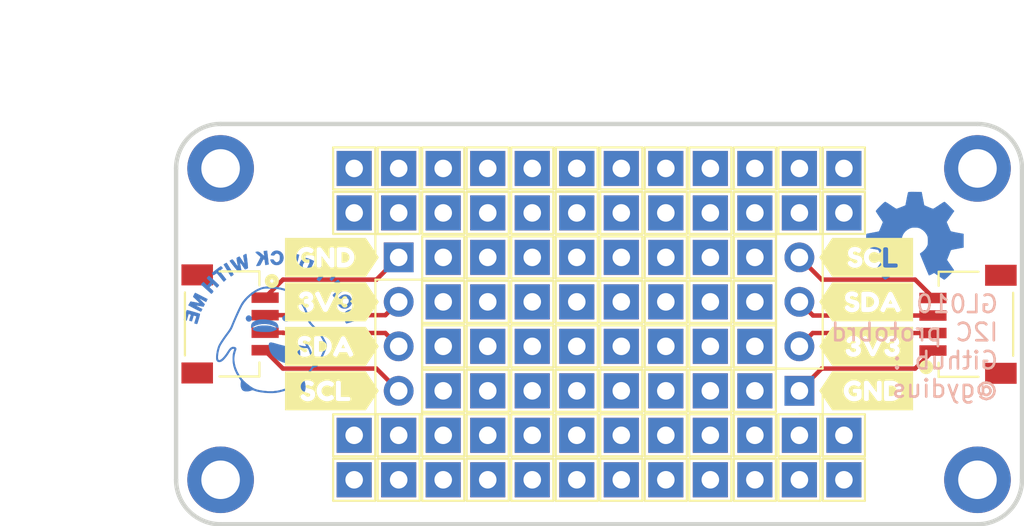
<source format=kicad_pcb>
(kicad_pcb (version 20171130) (host pcbnew "(5.1.8)-1")
  (layers (0 Front signal) (31 Back signal hide) (34 B.Paste user hide) (35 F.Paste user) (36 B.SilkS user hide) (37 F.SilkS user) (38 B.Mask user hide) (39 F.Mask user) (44 Edge.Cuts user))
  (net 0 "")
  (net 1 GND)
  (net 2 +3V3)
  (net 3 /SDA)
  (net 4 /SCL)
  (module MoreMoney:oshw-logo5mm (layer Back) (at 176.53 67.31 180)
    (fp_text reference Ref** hide)
    (fp_text value Val** hide)
    (fp_poly (pts (xy -2.540925 5.01213) (xy -2.467195 5.008488) (xy -2.421628 5.001933) (xy -2.399519 4.992212) (xy -2.397976 4.990518) (xy -2.387363 4.961584) (xy -2.371175 4.898383) (xy -2.351094 4.808359) (xy -2.3288 4.69895) (xy -2.311228 4.606419) (xy -2.28936 4.489182) (xy -2.26984 4.387454) (xy -2.254033 4.30811) (xy -2.243301 4.258027) (xy -2.23928 4.243642) (xy -2.214778 4.231176) (xy -2.16018 4.207659) (xy -2.084984 4.176823) (xy -1.998685 4.142401) (xy -1.910778 4.108125) (xy -1.830759 4.077727) (xy -1.768124 4.054941) (xy -1.732369 4.043497) (xy -1.728384 4.042833) (xy -1.702889 4.054346) (xy -1.649124 4.086209) (xy -1.573438 4.134408) (xy -1.482181 4.194928) (xy -1.410342 4.243916) (xy -1.31103 4.31098) (xy -1.221831 4.368558) (xy -1.149329 4.412608) (xy -1.100108 4.439086) (xy -1.082917 4.445) (xy -1.056658 4.43061) (xy -1.0067 4.390779) (xy -0.938751 4.330519) (xy -0.858521 4.254838) (xy -0.795724 4.192979) (xy -0.694973 4.090092) (xy -0.623273 4.012231) (xy -0.578047 3.956285) (xy -0.556718 3.919141) (xy -0.554803 3.901938) (xy -0.57003 3.871795) (xy -0.60528 3.813958) (xy -0.656143 3.735304) (xy -0.718213 3.642712) (xy -0.758873 3.583511) (xy -0.824472 3.487642) (xy -0.880559 3.403367) (xy -0.92304 3.337027) (xy -0.94782 3.294957) (xy -0.9525 3.283763) (xy -0.944665 3.258978) (xy -0.923708 3.204514) (xy -0.893451 3.129486) (xy -0.857717 3.043011) (xy -0.820329 2.954203) (xy -0.785108 2.872178) (xy -0.755877 2.806052) (xy -0.736459 2.764939) (xy -0.731291 2.756236) (xy -0.709151 2.750174) (xy -0.652504 2.73797) (xy -0.568491 2.721071) (xy -0.464251 2.700926) (xy -0.388569 2.686692) (xy -0.273118 2.66492) (xy -0.171437 2.645209) (xy -0.091216 2.629092) (xy -0.040146 2.618104) (xy -0.026458 2.614524) (xy -0.016359 2.599361) (xy -0.008953 2.559504) (xy -0.003953 2.490712) (xy -0.00107 2.388744) (xy -0.000018 2.249361) (xy 0 2.224413) (xy -0.000841 2.101962) (xy -0.003178 1.994799) (xy -0.006729 1.909837) (xy -0.011212 1.853989) (xy -0.015875 1.834291) (xy -0.041324 1.827225) (xy -0.100669 1.814312) (xy -0.186132 1.797143) (xy -0.289934 1.777308) (xy -0.338666 1.768284) (xy -0.449971 1.747624) (xy -0.548247 1.728931) (xy -0.625083 1.713839) (xy -0.672063 1.703981) (xy -0.680652 1.701858) (xy -0.698419 1.680432) (xy -0.72758 1.628168) (xy -0.764318 1.553734) (xy -0.804817 1.465798) (xy -0.84526 1.373029) (xy -0.881831 1.284094) (xy -0.910713 1.207662) (xy -0.92809 1.152401) (xy -0.931412 1.132334) (xy -0.919894 1.108457) (xy -0.888147 1.056384) (xy -0.840301 0.982542) (xy -0.780482 0.893362) (xy -0.741139 0.836001) (xy -0.675982 0.73984) (xy -0.620403 0.654147) (xy -0.57857 0.585645) (xy -0.554656 0.54106) (xy -0.550639 0.528836) (xy -0.565195 0.502135) (xy -0.604983 0.453241) (xy -0.663796 0.388308) (xy -0.735428 0.313492) (xy -0.813672 0.234948) (xy -0.892321 0.158833) (xy -0.965168 0.091303) (xy -1.026008 0.038511) (xy -1.068632 0.006615) (xy -1.083862 0) (xy -1.112717 0.011584) (xy -1.169278 0.043566) (xy -1.246768 0.091787) (xy -1.338408 0.152091) (xy -1.39673 0.191905) (xy -1.674122 0.38381) (xy -1.813718 0.307078) (xy -1.883967 0.271957) (xy -1.939307 0.250831) (xy -1.969783 0.247392) (xy -1.971514 0.248547) (xy -1.984323 0.272522) (xy -2.010467 0.329848) (xy -2.047491 0.414595) (xy -2.092941 0.520837) (xy -2.144363 0.642645) (xy -2.199302 0.77409) (xy -2.255303 0.909244) (xy -2.309913 1.042179) (xy -2.360678 1.166967) (xy -2.405142 1.27768) (xy -2.440851 1.368388) (xy -2.465351 1.433165) (xy -2.476188 1.466082) (xy -2.4765 1.468282) (xy -2.460482 1.492103) (xy -2.418232 1.531759) (xy -2.35846 1.579183) (xy -2.350474 1.585049) (xy -2.215653 1.706388) (xy -2.115677 1.844933) (xy -2.050138 1.995373) (xy -2.018624 2.152398) (xy -2.020727 2.310698) (xy -2.056035 2.464963) (xy -2.124141 2.609882) (xy -2.224632 2.740145) (xy -2.3571 2.850442) (xy -2.452365 2.905126) (xy -2.525207 2.938943) (xy -2.58517 2.959372) (xy -2.64797 2.96964) (xy -2.72932 2.972975) (xy -2.783043 2.973046) (xy -2.883525 2.970689) (xy -2.957092 2.962756) (xy -3.019078 2.946326) (xy -3.084816 2.918478) (xy -3.094921 2.913633) (xy -3.236401 2.825132) (xy -3.358712 2.709271) (xy -3.451571 2.576235) (xy -3.4675 2.544664) (xy -3.494576 2.481649) (xy -3.511441 2.42417) (xy -3.520395 2.35869) (xy -3.523739 2.271671) (xy -3.524022 2.211916) (xy -3.522705 2.109977) (xy -3.517479 2.037578) (xy -3.506037 1.98196) (xy -3.486075 1.930361) (xy -3.465853 1.889906) (xy -3.369925 1.740207) (xy -3.253085 1.621268) (xy -3.172995 1.562982) (xy -3.117191 1.524091) (xy -3.079502 1.492595) (xy -3.069166 1.47839) (xy -3.077002 1.454282) (xy -3.098898 1.397022) (xy -3.132436 1.312454) (xy -3.1752 1.206421) (xy -3.224772 1.084766) (xy -3.278735 0.953332) (xy -3.334671 0.817964) (xy -3.390164 0.684504) (xy -3.442796 0.558795) (xy -3.49015 0.446682) (xy -3.529808 0.354006) (xy -3.559354 0.286613) (xy -3.57637 0.250344) (xy -3.578971 0.246021) (xy -3.603816 0.246722) (xy -3.654772 0.265445) (xy -3.721718 0.298321) (xy -3.735396 0.30584) (xy -3.875553 0.38422) (xy -4.070318 0.251356) (xy -4.159431 0.190295) (xy -4.244727 0.131378) (xy -4.314591 0.082652) (xy -4.347634 0.059246) (xy -4.403605 0.02394) (xy -4.450297 0.002739) (xy -4.464368 0) (xy -4.489861 0.014387) (xy -4.53928 0.05428) (xy -4.607098 0.114779) (xy -4.687785 0.190984) (xy -4.7602 0.262278) (xy -4.864517 0.368795) (xy -4.938878 0.449409) (xy -4.985061 0.506234) (xy -5.004843 0.541388) (xy -5.004574 0.553319) (xy -4.986995 0.58004) (xy -4.949892 0.634792) (xy -4.897873 0.710826) (xy -4.835549 0.801393) (xy -4.799292 0.853877) (xy -4.611286 1.12567) (xy -4.722085 1.40421) (xy -4.762228 1.504624) (xy -4.796763 1.590068) (xy -4.822724 1.653274) (xy -4.837146 1.686976) (xy -4.838935 1.690478) (xy -4.860688 1.696717) (xy -4.917183 1.709166) (xy -5.001522 1.726408) (xy -5.106807 1.747024) (xy -5.200617 1.764832) (xy -5.55625 1.831458) (xy -5.55625 2.613982) (xy -5.200767 2.679533) (xy -5.082549 2.702212) (xy -4.978713 2.723797) (xy -4.896507 2.742647) (xy -4.843182 2.757123) (xy -4.82637 2.76425) (xy -4.811296 2.790078) (xy -4.783647 2.846936) (xy -4.747171 2.926795) (xy -4.705619 3.021627) (xy -4.699562 3.035752) (xy -4.591668 3.288088) (xy -4.745116 3.512002) (xy -4.810219 3.606837) (xy -4.87306 3.698089) (xy -4.926351 3.775192) (xy -4.961979 3.826403) (xy -5.025394 3.91689) (xy -4.761973 4.180945) (xy -4.67466 4.266697) (xy -4.595814 4.34082) (xy -4.530903 4.398434) (xy -4.485391 4.434663) (xy -4.466105 4.445) (xy -4.438553 4.433426) (xy -4.382978 4.401403) (xy -4.305882 4.352977) (xy -4.213767 4.292196) (xy -4.143039 4.243916) (xy -4.043869 4.176872) (xy -3.954669 4.119502) (xy -3.882052 4.075833) (xy -3.832631 4.049891) (xy -3.815335 4.044437) (xy -3.782036 4.05309) (xy -3.719162 4.075423) (xy -3.635859 4.108008) (xy -3.545416 4.145641) (xy -3.312583 4.24524) (xy -3.265875 4.487995) (xy -3.243955 4.601494) (xy -3.221746 4.715766) (xy -3.20229 4.815194) (xy -3.191792 4.868333) (xy -3.164416 5.005916) (xy -2.791695 5.011684) (xy -2.647523 5.013111) (xy -2.540925 5.01213)) (layer Back) (width 0.01))
  )
  (module MoreMoney:MoreMoney10mm (layer Back) (at 142.24 73.012956 180)
    (fp_text reference Ref** hide)
    (fp_text value Val** hide)
    (fp_poly (pts (xy -0.052111 5.304308) (xy 0.116417 5.281097) (xy 0.292279 5.227567) (xy 0.478499 5.141085) (xy 0.667818 5.02719) (xy 0.852976 4.891425) (xy 1.026715 4.739329) (xy 1.181776 4.576445) (xy 1.310899 4.408312) (xy 1.358095 4.333296) (xy 1.426046 4.209052) (xy 1.506517 4.048041) (xy 1.598053 3.853455) (xy 1.699195 3.628486) (xy 1.808487 3.376325) (xy 1.924471 3.100166) (xy 1.956785 3.021805) (xy 1.996656 2.941124) (xy 2.055603 2.842105) (xy 2.125111 2.738516) (xy 2.168066 2.680257) (xy 2.271529 2.541719) (xy 2.372914 2.399095) (xy 2.467291 2.259843) (xy 2.54973 2.13142) (xy 2.615298 2.021285) (xy 2.658023 1.939188) (xy 2.700373 1.828137) (xy 2.736929 1.69723) (xy 2.766129 1.55675) (xy 2.786413 1.416981) (xy 2.796217 1.288207) (xy 2.793982 1.18071) (xy 2.782744 1.117816) (xy 2.741907 1.044013) (xy 2.678152 1.001987) (xy 2.59791 0.993009) (xy 2.507617 1.018351) (xy 2.449328 1.051911) (xy 2.375101 1.114642) (xy 2.289589 1.204979) (xy 2.201072 1.312984) (xy 2.117831 1.428722) (xy 2.064133 1.514128) (xy 1.993882 1.624994) (xy 1.932789 1.699697) (xy 1.87675 1.742275) (xy 1.82166 1.756766) (xy 1.817447 1.756833) (xy 1.781764 1.755238) (xy 1.763626 1.745068) (xy 1.762234 1.718242) (xy 1.776791 1.666681) (xy 1.80156 1.596105) (xy 1.833076 1.474926) (xy 1.852182 1.320301) (xy 1.856495 1.248833) (xy 1.851612 1.008304) (xy 1.813222 0.775784) (xy 1.739646 0.546087) (xy 1.629204 0.314027) (xy 1.480217 0.074418) (xy 1.472666 0.0635) (xy 1.418476 -0.017723) (xy 1.387099 -0.074458) (xy 1.374745 -0.115147) (xy 1.377603 -0.148167) (xy 1.396542 -0.264832) (xy 1.390576 -0.382865) (xy 1.362361 -0.491913) (xy 1.31455 -0.581621) (xy 1.251309 -0.640754) (xy 1.179153 -0.665985) (xy 1.082219 -0.677106) (xy 0.975585 -0.674271) (xy 0.874333 -0.65763) (xy 0.811299 -0.63632) (xy 0.761719 -0.615124) (xy 0.724673 -0.607417) (xy 0.684625 -0.613902) (xy 0.62604 -0.635277) (xy 0.599632 -0.645862) (xy 0.490357 -0.680664) (xy 0.346818 -0.712251) (xy 0.17704 -0.739355) (xy -0.010954 -0.760709) (xy -0.209138 -0.775046) (xy -0.22225 -0.775708) (xy -0.427998 -0.777594) (xy -0.625513 -0.760865) (xy -0.829692 -0.723601) (xy -1.028225 -0.671861) (xy -1.112035 -0.648119) (xy -1.16592 -0.635906) (xy -1.200551 -0.634755) (xy -1.2266 -0.644198) (xy -1.252424 -0.662037) (xy -1.292986 -0.684108) (xy -1.36392 -0.714715) (xy -1.455187 -0.749788) (xy -1.555373 -0.784804) (xy -1.715673 -0.833206) (xy -1.84606 -0.860668) (xy -1.953175 -0.867597) (xy -2.043663 -0.8544) (xy -2.124167 -0.821481) (xy -2.12725 -0.819773) (xy -2.213018 -0.748411) (xy -2.271799 -0.647686) (xy -2.302775 -0.52151) (xy -2.305126 -0.373797) (xy -2.278033 -0.208462) (xy -2.265267 -0.160269) (xy -2.223368 -0.013755) (xy -2.324755 0.093664) (xy -2.37549 0.151991) (xy -2.441997 0.234961) (xy -2.516225 0.332225) (xy -2.590125 0.43343) (xy -2.60173 0.449791) (xy -2.671159 0.547383) (xy -2.721861 0.615446) (xy -2.759169 0.659282) (xy -2.788417 0.684191) (xy -2.814939 0.695476) (xy -2.844068 0.698438) (xy -2.851951 0.6985) (xy -2.904581 0.707282) (xy -2.955606 0.736198) (xy -3.00813 0.789105) (xy -3.065261 0.869861) (xy -3.130103 0.982321) (xy -3.205763 1.130342) (xy -3.215133 1.149482) (xy -3.307184 1.341099) (xy -3.38009 1.499893) (xy -3.435433 1.629956) (xy -3.474793 1.735379) (xy -3.499749 1.820252) (xy -3.511882 1.888668) (xy -3.513666 1.922383) (xy -3.512232 1.953645) (xy -3.397974 1.953645) (xy -3.395259 1.873641) (xy -3.374938 1.786694) (xy -3.337939 1.684211) (xy -3.299013 1.590121) (xy -3.219176 1.408365) (xy -3.141742 1.244816) (xy -3.068601 1.102644) (xy -3.001639 0.98502) (xy -2.942744 0.895114) (xy -2.893806 0.836097) (xy -2.856711 0.81114) (xy -2.838189 0.816255) (xy -2.826616 0.843633) (xy -2.808839 0.903689) (xy -2.787251 0.987653) (xy -2.764244 1.086752) (xy -2.763509 1.090083) (xy -2.7566 1.120893) (xy -2.629962 1.120893) (xy -2.62377 1.093047) (xy -2.606604 1.07296) (xy -2.606041 1.07247) (xy -2.56262 1.039499) (xy -2.520597 1.0231) (xy -2.469762 1.023231) (xy -2.399904 1.039849) (xy -2.305565 1.071241) (xy -2.210759 1.101398) (xy -2.134421 1.116052) (xy -2.056894 1.118098) (xy -2.008373 1.115043) (xy -1.868329 1.103604) (xy -1.93429 1.223844) (xy -1.969747 1.294049) (xy -1.989424 1.353683) (xy -1.997493 1.420947) (xy -1.998286 1.502833) (xy -1.992752 1.595883) (xy -1.980168 1.685787) (xy -1.96372 1.751541) (xy -1.946619 1.807418) (xy -1.950047 1.836658) (xy -1.979626 1.842684) (xy -2.040979 1.828924) (xy -2.074473 1.819013) (xy -2.135831 1.80699) (xy -2.219055 1.798881) (xy -2.287434 1.796651) (xy -2.363531 1.795276) (xy -2.409389 1.788325) (xy -2.437073 1.771818) (xy -2.458647 1.741773) (xy -2.459829 1.739763) (xy -2.487732 1.678756) (xy -2.520311 1.586342) (xy -2.554459 1.472722) (xy -2.587071 1.348103) (xy -2.6106 1.244333) (xy -2.625473 1.167615) (xy -2.629962 1.120893) (xy -2.7566 1.120893) (xy -2.724028 1.266136) (xy -2.689742 1.408579) (xy -2.657743 1.525351) (xy -2.625122 1.624393) (xy -2.58897 1.713644) (xy -2.546378 1.801045) (xy -2.494437 1.894534) (xy -2.430238 2.002053) (xy -2.428115 2.005541) (xy -2.368786 2.096486) (xy -2.32137 2.155605) (xy -2.288443 2.179754) (xy -2.284991 2.180166) (xy -2.246635 2.166898) (xy -2.240837 2.126985) (xy -2.267604 2.060263) (xy -2.28941 2.022834) (xy -2.321761 1.966019) (xy -2.339791 1.924553) (xy -2.34081 1.910421) (xy -2.304611 1.899461) (xy -2.235524 1.900803) (xy -2.141026 1.91399) (xy -2.080085 1.926314) (xy -2.003893 1.941445) (xy -1.952607 1.944761) (xy -1.910348 1.935783) (xy -1.87371 1.920065) (xy -1.825798 1.889019) (xy -1.800396 1.856573) (xy -1.799166 1.849691) (xy -1.794265 1.832075) (xy -1.773812 1.823545) (xy -1.729186 1.822987) (xy -1.651764 1.829287) (xy -1.645708 1.829876) (xy -1.462671 1.853494) (xy -1.254916 1.889888) (xy -1.037005 1.936045) (xy -0.823497 1.988947) (xy -0.678169 2.030279) (xy -0.527499 2.074322) (xy -0.412237 2.102442) (xy -0.327981 2.113115) (xy -0.270329 2.104819) (xy -0.234881 2.07603) (xy -0.217233 2.025224) (xy -0.212985 1.950879) (xy -0.216465 1.870486) (xy -0.248312 1.696157) (xy -0.318864 1.528536) (xy -0.424531 1.372458) (xy -0.561726 1.232756) (xy -0.726861 1.114261) (xy -0.812547 1.067547) (xy -1.020107 0.979927) (xy -1.21549 0.929828) (xy -1.403978 0.916206) (xy -1.526153 0.926541) (xy -1.614002 0.942043) (xy -1.692551 0.960608) (xy -1.74643 0.978538) (xy -1.750862 0.98065) (xy -1.811343 0.998604) (xy -1.852083 0.994978) (xy -1.905238 0.989816) (xy -1.943419 0.997683) (xy -2.019646 1.01396) (xy -2.112116 1.009408) (xy -2.228655 0.983248) (xy -2.296163 0.962552) (xy -2.432735 0.928109) (xy -2.54215 0.922461) (xy -2.622727 0.945635) (xy -2.639304 0.956825) (xy -2.659249 0.957365) (xy -2.678048 0.92214) (xy -2.688703 0.887006) (xy -2.712882 0.797215) (xy -2.580643 0.604982) (xy -2.461768 0.436703) (xy -2.355355 0.297453) (xy -2.253808 0.178983) (xy -2.149531 0.073043) (xy -2.034929 -0.028618) (xy -1.902406 -0.134249) (xy -1.894416 -0.14036) (xy -1.697395 -0.271912) (xy -1.468546 -0.39221) (xy -1.217789 -0.497018) (xy -0.955044 -0.582102) (xy -0.737989 -0.634104) (xy -0.45894 -0.670033) (xy -0.159717 -0.670027) (xy 0.010584 -0.65512) (xy 0.199234 -0.630611) (xy 0.354286 -0.60342) (xy 0.484472 -0.570552) (xy 0.598528 -0.529015) (xy 0.705186 -0.475813) (xy 0.81318 -0.407954) (xy 0.889 -0.353999) (xy 1.072692 -0.209694) (xy 1.224241 -0.068544) (xy 1.351837 0.07916) (xy 1.463668 0.243128) (xy 1.567923 0.433071) (xy 1.589176 0.47625) (xy 1.681967 0.706978) (xy 1.73864 0.938606) (xy 1.758855 1.166306) (xy 1.742273 1.385252) (xy 1.688556 1.590615) (xy 1.670565 1.636246) (xy 1.642764 1.725177) (xy 1.646497 1.788796) (xy 1.682405 1.830737) (xy 1.707106 1.842712) (xy 1.801012 1.865299) (xy 1.886175 1.85576) (xy 1.966651 1.811786) (xy 2.046496 1.731069) (xy 2.129766 1.611298) (xy 2.138398 1.597149) (xy 2.231677 1.453727) (xy 2.325871 1.329159) (xy 2.416986 1.227589) (xy 2.501027 1.153163) (xy 2.574 1.110026) (xy 2.616769 1.100666) (xy 2.654859 1.112442) (xy 2.67889 1.151066) (xy 2.690553 1.221483) (xy 2.691777 1.32003) (xy 2.682079 1.42604) (xy 2.660037 1.554501) (xy 2.629406 1.688712) (xy 2.59394 1.811971) (xy 2.561968 1.897535) (xy 2.527048 1.964572) (xy 2.47092 2.058129) (xy 2.398252 2.171224) (xy 2.313714 2.296875) (xy 2.221978 2.4281) (xy 2.127711 2.557917) (xy 2.061478 2.645833) (xy 1.970051 2.772748) (xy 1.901555 2.887668) (xy 1.846899 3.006288) (xy 1.834692 3.037416) (xy 1.787081 3.157301) (xy 1.727493 3.299571) (xy 1.659557 3.456251) (xy 1.586899 3.619367) (xy 1.513146 3.780946) (xy 1.441927 3.933014) (xy 1.376868 4.067595) (xy 1.321597 4.176717) (xy 1.289869 4.235095) (xy 1.162537 4.4251) (xy 1.003667 4.609084) (xy 0.821412 4.780211) (xy 0.623924 4.931645) (xy 0.419357 5.056549) (xy 0.215861 5.148086) (xy 0.1905 5.15698) (xy 0.132611 5.173526) (xy 0.067492 5.184901) (xy -0.013879 5.191918) (xy -0.120521 5.195392) (xy -0.243416 5.196165) (xy -0.546279 5.184465) (xy -0.817463 5.148852) (xy -1.061221 5.087801) (xy -1.281804 4.999781) (xy -1.483466 4.883267) (xy -1.670458 4.736731) (xy -1.760252 4.651253) (xy -1.887627 4.516889) (xy -1.995858 4.388268) (xy -2.08855 4.258573) (xy -2.16931 4.120988) (xy -2.241746 3.968696) (xy -2.309463 3.79488) (xy -2.37607 3.592723) (xy -2.444366 3.358303) (xy -2.458133 3.314034) (xy -2.475496 3.273738) (xy -2.500747 3.231849) (xy -2.538175 3.182798) (xy -2.592071 3.121019) (xy -2.666725 3.040944) (xy -2.766428 2.937005) (xy -2.77927 2.923709) (xy -2.889367 2.808478) (xy -2.975248 2.714804) (xy -3.043148 2.634839) (xy -3.099302 2.560732) (xy -3.149945 2.484634) (xy -3.201312 2.398693) (xy -3.21424 2.376084) (xy -3.291216 2.237925) (xy -3.346879 2.127194) (xy -3.382156 2.035299) (xy -3.397974 1.953645) (xy -3.512232 1.953645) (xy -3.51103 1.979836) (xy -3.501221 2.035819) (xy -3.481389 2.097334) (xy -3.448683 2.171383) (xy -3.400255 2.264966) (xy -3.333252 2.385085) (xy -3.305654 2.433354) (xy -3.249709 2.527889) (xy -3.19688 2.609011) (xy -3.140477 2.685169) (xy -3.073805 2.764813) (xy -2.990172 2.856392) (xy -2.882886 2.968357) (xy -2.877485 2.973916) (xy -2.77466 3.080173) (xy -2.696345 3.164201) (xy -2.637632 3.23421) (xy -2.59361 3.298411) (xy -2.55937 3.365013) (xy -2.530002 3.442227) (xy -2.500596 3.538263) (xy -2.466242 3.661331) (xy -2.466104 3.661833) (xy -2.405461 3.846903) (xy -2.32602 4.037841) (xy -2.234879 4.219356) (xy -2.139135 4.376155) (xy -2.125517 4.395617) (xy -1.989237 4.567334) (xy -1.833568 4.730672) (xy -1.666899 4.878344) (xy -1.497617 5.003061) (xy -1.334111 5.097532) (xy -1.298995 5.113866) (xy -1.121394 5.179481) (xy -0.917383 5.233238) (xy -0.697707 5.273869) (xy -0.473108 5.300104) (xy -0.254328 5.310673) (xy -0.052111 5.304308)) (layer Back) (width 0.01))
    (fp_poly (pts (xy 4.46825 3.962841) (xy 4.478716 3.938252) (xy 4.497878 3.882419) (xy 4.522856 3.804815) (xy 4.55077 3.714916) (xy 4.57874 3.622196) (xy 4.603886 3.536131) (xy 4.623326 3.466194) (xy 4.634182 3.421862) (xy 4.6355 3.412654) (xy 4.617865 3.395213) (xy 4.576377 3.376549) (xy 4.528161 3.362207) (xy 4.490344 3.357734) (xy 4.479713 3.362196) (xy 4.470518 3.387854) (xy 4.45308 3.443284) (xy 4.430811 3.517565) (xy 4.425754 3.534833) (xy 4.402609 3.613732) (xy 4.38347 3.678129) (xy 4.371895 3.71607) (xy 4.370854 3.719275) (xy 4.353405 3.734156) (xy 4.311758 3.727131) (xy 4.297792 3.722496) (xy 4.253687 3.706243) (xy 4.233473 3.697062) (xy 4.233336 3.696804) (xy 4.239112 3.676602) (xy 4.254468 3.625713) (xy 4.276455 3.553885) (xy 4.283999 3.529398) (xy 4.305868 3.452584) (xy 4.319421 3.392863) (xy 4.3225 3.360265) (xy 4.321038 3.357262) (xy 4.292491 3.34761) (xy 4.242746 3.335459) (xy 4.242075 3.335315) (xy 4.176733 3.321318) (xy 4.125658 3.487412) (xy 4.074584 3.653505) (xy 3.997906 3.631211) (xy 3.921228 3.608916) (xy 3.981169 3.408736) (xy 4.006074 3.323962) (xy 4.024979 3.256504) (xy 4.035488 3.215112) (xy 4.03668 3.20633) (xy 4.015609 3.19959) (xy 3.968788 3.18562) (xy 3.953772 3.181225) (xy 3.902277 3.168456) (xy 3.876112 3.174918) (xy 3.860188 3.207248) (xy 3.854561 3.224881) (xy 3.802108 3.395395) (xy 3.762696 3.528727) (xy 3.73558 3.627723) (xy 3.720018 3.695227) (xy 3.715267 3.734085) (xy 3.718349 3.74614) (xy 3.746201 3.759391) (xy 3.805469 3.780581) (xy 3.888294 3.807439) (xy 3.986814 3.837692) (xy 4.093171 3.869071) (xy 4.199503 3.899302) (xy 4.297949 3.926115) (xy 4.380651 3.947239) (xy 4.439747 3.960402) (xy 4.467377 3.963332) (xy 4.46825 3.962841)) (layer Back) (width 0.01))
    (fp_poly (pts (xy -4.807591 3.985335) (xy -4.704683 3.948531) (xy -4.599701 3.880496) (xy -4.529755 3.789425) (xy -4.495116 3.68559) (xy -4.493971 3.631611) (xy -4.503902 3.556552) (xy -4.522159 3.47007) (xy -4.545994 3.381818) (xy -4.572656 3.301453) (xy -4.599397 3.238629) (xy -4.623468 3.203002) (xy -4.633839 3.198414) (xy -4.664373 3.205343) (xy -4.727774 3.223103) (xy -4.816627 3.249504) (xy -4.923517 3.282354) (xy -5.009906 3.309539) (xy -5.123522 3.346106) (xy -5.222591 3.378876) (xy -5.300247 3.405506) (xy -5.349626 3.423654) (xy -5.364047 3.430363) (xy -5.363531 3.455352) (xy -5.350735 3.509449) (xy -5.33178 3.573313) (xy -5.142947 3.573313) (xy -5.141599 3.568802) (xy -5.119403 3.559564) (xy -5.067341 3.54114) (xy -4.995948 3.516983) (xy -4.91576 3.490545) (xy -4.837315 3.465278) (xy -4.771149 3.444635) (xy -4.727798 3.432068) (xy -4.717521 3.429851) (xy -4.704772 3.447509) (xy -4.691807 3.491522) (xy -4.691062 3.495146) (xy -4.678081 3.589166) (xy -4.685255 3.65613) (xy -4.71496 3.7074) (xy -4.740599 3.73205) (xy -4.827858 3.784799) (xy -4.917808 3.804242) (xy -5.001986 3.79193) (xy -5.071932 3.749415) (xy -5.119185 3.678249) (xy -5.124912 3.661573) (xy -5.138738 3.607423) (xy -5.142947 3.573313) (xy -5.33178 3.573313) (xy -5.32907 3.582443) (xy -5.301944 3.664122) (xy -5.272768 3.744277) (xy -5.24495 3.812695) (xy -5.2219 3.859167) (xy -5.219716 3.862631) (xy -5.145914 3.938723) (xy -5.047816 3.985339) (xy -4.932637 4.001278) (xy -4.807591 3.985335)) (layer Back) (width 0.01))
    (fp_poly (pts (xy 4.005258 4.935874) (xy 4.030832 4.893177) (xy 4.060267 4.83793) (xy 4.086793 4.783153) (xy 4.103642 4.741867) (xy 4.106334 4.729848) (xy 4.093943 4.699713) (xy 4.087213 4.695472) (xy 4.065313 4.678788) (xy 4.019748 4.638542) (xy 3.957145 4.580742) (xy 3.884131 4.511398) (xy 3.883028 4.510336) (xy 3.816057 4.444203) (xy 3.766393 4.391797) (xy 3.738399 4.357998) (xy 3.736435 4.347684) (xy 3.738106 4.348236) (xy 3.785379 4.363063) (xy 3.857168 4.380989) (xy 3.943726 4.400118) (xy 4.035303 4.418553) (xy 4.122151 4.434399) (xy 4.194522 4.445758) (xy 4.242668 4.450734) (xy 4.256978 4.44918) (xy 4.274209 4.423663) (xy 4.304269 4.374195) (xy 4.326532 4.336005) (xy 4.383026 4.237593) (xy 4.207638 4.142559) (xy 4.094898 4.082327) (xy 3.982783 4.023945) (xy 3.878003 3.970748) (xy 3.787265 3.926068) (xy 3.717278 3.89324) (xy 3.674751 3.875598) (xy 3.666224 3.8735) (xy 3.646595 3.890747) (xy 3.620181 3.933496) (xy 3.613695 3.946502) (xy 3.578883 4.019503) (xy 3.773817 4.12774) (xy 3.852479 4.171703) (xy 3.901952 4.201548) (xy 3.920094 4.218361) (xy 3.904764 4.223229) (xy 3.853821 4.21724) (xy 3.765123 4.201479) (xy 3.665736 4.182602) (xy 3.510889 4.153055) (xy 3.467561 4.243916) (xy 3.979334 4.243916) (xy 3.989917 4.233333) (xy 4.0005 4.243916) (xy 3.989917 4.2545) (xy 3.979334 4.243916) (xy 3.467561 4.243916) (xy 3.441759 4.298023) (xy 3.610005 4.469832) (xy 3.77825 4.641642) (xy 3.572102 4.533137) (xy 3.365953 4.424632) (xy 3.323736 4.507384) (xy 3.281519 4.590137) (xy 3.632634 4.771568) (xy 3.743381 4.828622) (xy 3.840484 4.878317) (xy 3.917979 4.917628) (xy 3.969901 4.943531) (xy 3.990285 4.952998) (xy 3.990315 4.953) (xy 4.005258 4.935874)) (layer Back) (width 0.01))
    (fp_poly (pts (xy -4.454988 4.83586) (xy -4.346152 4.790395) (xy -4.25212 4.720529) (xy -4.180021 4.629933) (xy -4.136984 4.522273) (xy -4.127965 4.443864) (xy -4.137361 4.382022) (xy -4.161947 4.305072) (xy -4.182463 4.258349) (xy -4.255889 4.152699) (xy -4.35156 4.081972) (xy -4.465942 4.047514) (xy -4.595499 4.050668) (xy -4.676572 4.070379) (xy -4.773309 4.119924) (xy -4.857035 4.197408) (xy -4.921316 4.292824) (xy -4.95972 4.39617) (xy -4.964925 4.482681) (xy -4.783666 4.482681) (xy -4.765081 4.402087) (xy -4.715694 4.332675) (xy -4.645059 4.279129) (xy -4.562729 4.24613) (xy -4.478259 4.238361) (xy -4.401201 4.260505) (xy -4.372074 4.280958) (xy -4.317446 4.35101) (xy -4.304147 4.426216) (xy -4.332526 4.502609) (xy -4.350396 4.526574) (xy -4.428531 4.598469) (xy -4.513088 4.642192) (xy -4.596946 4.658466) (xy -4.672983 4.648011) (xy -4.734079 4.611549) (xy -4.773112 4.549802) (xy -4.783666 4.482681) (xy -4.964925 4.482681) (xy -4.965814 4.49744) (xy -4.962801 4.515563) (xy -4.936207 4.5949) (xy -4.89275 4.678031) (xy -4.841819 4.749268) (xy -4.799029 4.789172) (xy -4.688556 4.838917) (xy -4.571499 4.853257) (xy -4.454988 4.83586)) (layer Back) (width 0.01))
    (fp_poly (pts (xy -4.148481 5.692813) (xy -4.103269 5.662677) (xy -4.037947 5.615397) (xy -3.958784 5.555876) (xy -3.872047 5.489019) (xy -3.784004 5.419728) (xy -3.700924 5.352906) (xy -3.629075 5.293458) (xy -3.574725 5.246286) (xy -3.544142 5.216295) (xy -3.539934 5.210118) (xy -3.54892 5.1863) (xy -3.577997 5.143889) (xy -3.593513 5.124528) (xy -3.652574 5.053783) (xy -3.912698 5.089296) (xy -4.015829 5.104001) (xy -4.105752 5.117981) (xy -4.172961 5.129681) (xy -4.207953 5.137545) (xy -4.208369 5.137692) (xy -4.206896 5.130861) (xy -4.176851 5.102808) (xy -4.123331 5.057968) (xy -4.051434 5.00078) (xy -4.048125 4.998203) (xy -3.971284 4.936277) (xy -3.90873 4.881813) (xy -3.867106 4.840879) (xy -3.853002 4.82004) (xy -3.865034 4.792964) (xy -3.893078 4.751777) (xy -3.926254 4.710493) (xy -3.95368 4.683126) (xy -3.962443 4.679097) (xy -3.980019 4.692253) (xy -4.025004 4.728033) (xy -4.092111 4.782172) (xy -4.176051 4.850405) (xy -4.265083 4.923179) (xy -4.360284 5.001901) (xy -4.443518 5.072086) (xy -4.509441 5.129115) (xy -4.55271 5.168373) (xy -4.567912 5.184818) (xy -4.55903 5.210749) (xy -4.529005 5.253566) (xy -4.51352 5.271783) (xy -4.452632 5.339927) (xy -4.203721 5.303905) (xy -4.102833 5.288723) (xy -4.015179 5.274456) (xy -3.950523 5.262763) (xy -3.919447 5.255603) (xy -3.895967 5.249762) (xy -3.9055 5.264245) (xy -3.915833 5.274635) (xy -3.945493 5.300954) (xy -3.999352 5.346186) (xy -4.06848 5.402894) (xy -4.11299 5.438865) (xy -4.278396 5.571783) (xy -4.229723 5.627516) (xy -4.192919 5.670177) (xy -4.168509 5.699387) (xy -4.167314 5.700902) (xy -4.148481 5.692813)) (layer Back) (width 0.01))
    (fp_poly (pts (xy 3.263338 5.870232) (xy 3.301913 5.827074) (xy 3.322239 5.792239) (xy 3.323167 5.786764) (xy 3.308281 5.760218) (xy 3.2694 5.716541) (xy 3.219153 5.669016) (xy 3.115138 5.577416) (xy 3.302832 5.371318) (xy 3.409984 5.471547) (xy 3.517136 5.571775) (xy 3.662502 5.430881) (xy 3.614543 5.385443) (xy 3.554483 5.329229) (xy 3.480377 5.260902) (xy 3.39814 5.185795) (xy 3.313691 5.10924) (xy 3.232945 5.036568) (xy 3.16182 4.973113) (xy 3.106232 4.924206) (xy 3.072098 4.89518) (xy 3.064236 4.8895) (xy 3.045401 4.903476) (xy 3.012542 4.937084) (xy 3.012505 4.937125) (xy 2.97195 4.985573) (xy 2.95558 5.022394) (xy 2.965475 5.057944) (xy 3.003712 5.102579) (xy 3.055448 5.151189) (xy 3.17419 5.259916) (xy 3.081033 5.363252) (xy 2.987875 5.466588) (xy 2.869304 5.354448) (xy 2.750732 5.242308) (xy 2.687033 5.303336) (xy 2.648628 5.346511) (xy 2.629645 5.380657) (xy 2.629292 5.387714) (xy 2.646211 5.408832) (xy 2.689563 5.453213) (xy 2.754229 5.51589) (xy 2.835096 5.591898) (xy 2.91938 5.669308) (xy 3.20351 5.927552) (xy 3.263338 5.870232)) (layer Back) (width 0.01))
    (fp_poly (pts (xy -3.203937 6.44629) (xy -3.176586 6.40588) (xy -3.162816 6.377743) (xy -3.160801 6.355343) (xy -3.175695 6.331199) (xy -3.212654 6.297833) (xy -3.276835 6.247763) (xy -3.295355 6.233583) (xy -3.30066 6.217433) (xy -3.288982 6.185919) (xy -3.257712 6.134755) (xy -3.204245 6.059654) (xy -3.129461 5.960865) (xy -2.935917 5.709313) (xy -2.986667 5.669221) (xy -3.02807 5.637186) (xy -3.060623 5.618796) (xy -3.090205 5.617363) (xy -3.122696 5.6362) (xy -3.163976 5.678622) (xy -3.219925 5.747941) (xy -3.291416 5.840938) (xy -3.481916 6.089519) (xy -3.665878 5.949393) (xy -3.721034 6.014941) (xy -3.776189 6.080489) (xy -3.713719 6.130948) (xy -3.594858 6.225208) (xy -3.485198 6.308854) (xy -3.389427 6.378572) (xy -3.31223 6.431049) (xy -3.258296 6.462969) (xy -3.23258 6.471135) (xy -3.203937 6.44629)) (layer Back) (width 0.01))
    (fp_poly (pts (xy 2.532011 6.46835) (xy 2.556901 6.452462) (xy 2.607007 6.416174) (xy 2.674848 6.365283) (xy 2.752945 6.305585) (xy 2.833818 6.242876) (xy 2.909985 6.182952) (xy 2.973968 6.13161) (xy 3.018286 6.094645) (xy 3.035174 6.078462) (xy 3.029044 6.054385) (xy 3.002742 6.012869) (xy 2.994747 6.002497) (xy 2.970556 5.971908) (xy 2.951621 5.95631) (xy 2.92887 5.957671) (xy 2.893229 5.977957) (xy 2.835625 6.019135) (xy 2.800728 6.044565) (xy 2.779515 6.057705) (xy 2.75994 6.059112) (xy 2.736071 6.044044) (xy 2.701976 6.007763) (xy 2.651725 5.945525) (xy 2.610228 5.892306) (xy 2.545373 5.809522) (xy 2.484261 5.732762) (xy 2.435004 5.672151) (xy 2.411451 5.644215) (xy 2.356986 5.581908) (xy 2.28566 5.645637) (xy 2.214335 5.709367) (xy 2.371876 5.914245) (xy 2.452932 6.019155) (xy 2.511254 6.095575) (xy 2.548915 6.149319) (xy 2.567988 6.1862) (xy 2.570545 6.212033) (xy 2.558659 6.232631) (xy 2.534403 6.253807) (xy 2.5021 6.279499) (xy 2.413823 6.352827) (xy 2.46015 6.415488) (xy 2.496632 6.454008) (xy 2.527549 6.469112) (xy 2.532011 6.46835)) (layer Back) (width 0.01))
    (fp_poly (pts (xy -3.853986 5.938725) (xy -3.846197 5.931796) (xy -3.808017 5.892571) (xy -3.760086 5.837321) (xy -3.741515 5.814438) (xy -3.677694 5.733959) (xy -3.72637 5.682146) (xy -3.763735 5.646843) (xy -3.789339 5.630473) (xy -3.790617 5.630333) (xy -3.811221 5.645217) (xy -3.850532 5.684311) (xy -3.900188 5.739276) (xy -3.902074 5.741458) (xy -3.99796 5.852583) (xy -3.942509 5.910629) (xy -3.904763 5.947108) (xy -3.880262 5.955373) (xy -3.853986 5.938725)) (layer Back) (width 0.01))
    (fp_poly (pts (xy 2.224265 6.657327) (xy 2.269591 6.63214) (xy 2.290866 6.619487) (xy 2.369815 6.571691) (xy 2.164125 6.228012) (xy 2.099315 6.120654) (xy 2.041739 6.027038) (xy 1.994933 5.952771) (xy 1.962435 5.903464) (xy 1.947782 5.884724) (xy 1.947592 5.88469) (xy 1.924443 5.895282) (xy 1.880615 5.921106) (xy 1.867959 5.929102) (xy 1.823679 5.962409) (xy 1.800269 5.98967) (xy 1.799167 5.994111) (xy 1.809432 6.018) (xy 1.837442 6.070162) (xy 1.87902 6.143602) (xy 1.929988 6.231326) (xy 1.986169 6.326337) (xy 2.043386 6.421641) (xy 2.097462 6.510242) (xy 2.144219 6.585146) (xy 2.17948 6.639356) (xy 2.199068 6.665878) (xy 2.201225 6.667391) (xy 2.224265 6.657327)) (layer Back) (width 0.01))
    (fp_poly (pts (xy -2.283631 6.931543) (xy -2.187449 6.90232) (xy -2.101945 6.852904) (xy -2.087983 6.841318) (xy -2.036378 6.775891) (xy -1.991543 6.684204) (xy -1.959817 6.582325) (xy -1.947543 6.486326) (xy -1.94754 6.485422) (xy -1.954424 6.400115) (xy -1.979052 6.330205) (xy -2.026845 6.269244) (xy -2.103222 6.210784) (xy -2.213603 6.148377) (xy -2.243666 6.133139) (xy -2.327341 6.091895) (xy -2.396508 6.058841) (xy -2.442755 6.037931) (xy -2.457427 6.032597) (xy -2.469724 6.050899) (xy -2.496339 6.101879) (xy -2.534344 6.179554) (xy -2.580813 6.277938) (xy -2.63282 6.391048) (xy -2.634083 6.39383) (xy -2.685149 6.50754) (xy -2.728944 6.607343) (xy -2.75943 6.679033) (xy -2.54 6.679033) (xy -2.531638 6.657511) (xy -2.509023 6.605977) (xy -2.475864 6.532757) (xy -2.445581 6.467056) (xy -2.351162 6.263625) (xy -2.264818 6.307674) (xy -2.206533 6.345735) (xy -2.163793 6.388413) (xy -2.155494 6.402159) (xy -2.142223 6.475335) (xy -2.157755 6.556905) (xy -2.195771 6.635999) (xy -2.249949 6.701751) (xy -2.313972 6.743291) (xy -2.359018 6.752166) (xy -2.404095 6.744882) (xy -2.458987 6.727117) (xy -2.508517 6.705004) (xy -2.537511 6.684675) (xy -2.54 6.679033) (xy -2.75943 6.679033) (xy -2.762879 6.687143) (xy -2.784359 6.74084) (xy -2.790795 6.762338) (xy -2.790739 6.762412) (xy -2.760593 6.780746) (xy -2.701715 6.808792) (xy -2.625229 6.841987) (xy -2.542255 6.875767) (xy -2.463916 6.905567) (xy -2.401334 6.926824) (xy -2.371632 6.934384) (xy -2.283631 6.931543)) (layer Back) (width 0.01))
    (fp_poly (pts (xy 1.094961 7.17236) (xy 1.139794 7.155123) (xy 1.190216 7.129363) (xy 1.231457 7.102634) (xy 1.248751 7.082491) (xy 1.248753 7.082327) (xy 1.245122 7.047228) (xy 1.23567 6.982367) (xy 1.222392 6.899587) (xy 1.20728 6.810731) (xy 1.192329 6.727642) (xy 1.17953 6.662165) (xy 1.173587 6.63575) (xy 1.176775 6.623863) (xy 1.200544 6.646902) (xy 1.243728 6.703472) (xy 1.305162 6.792177) (xy 1.30912 6.798068) (xy 1.460606 7.023886) (xy 1.54522 6.990649) (xy 1.600818 6.96126) (xy 1.628467 6.930589) (xy 1.629766 6.923581) (xy 1.626122 6.88708) (xy 1.616599 6.820884) (xy 1.603203 6.73689) (xy 1.587939 6.646996) (xy 1.572813 6.563098) (xy 1.559832 6.497095) (xy 1.552689 6.466416) (xy 1.559055 6.46607) (xy 1.584916 6.495809) (xy 1.626233 6.550528) (xy 1.678969 6.625121) (xy 1.683972 6.632394) (xy 1.741731 6.714461) (xy 1.792622 6.782946) (xy 1.831059 6.83058) (xy 1.851225 6.850016) (xy 1.887928 6.850066) (xy 1.936554 6.83471) (xy 1.983291 6.810778) (xy 2.014326 6.785103) (xy 2.018289 6.767401) (xy 1.988689 6.72313) (xy 1.941154 6.658017) (xy 1.880696 6.578346) (xy 1.812327 6.490402) (xy 1.74106 6.400469) (xy 1.671905 6.314834) (xy 1.609875 6.23978) (xy 1.559981 6.181592) (xy 1.527236 6.146555) (xy 1.517302 6.139162) (xy 1.482231 6.147658) (xy 1.429332 6.167371) (xy 1.421713 6.170624) (xy 1.375033 6.195803) (xy 1.359496 6.224248) (xy 1.363129 6.259753) (xy 1.372434 6.310577) (xy 1.385106 6.386408) (xy 1.397716 6.466416) (xy 1.411048 6.549242) (xy 1.423942 6.622006) (xy 1.433285 6.6675) (xy 1.427482 6.671744) (xy 1.40234 6.645344) (xy 1.361765 6.593033) (xy 1.309665 6.519549) (xy 1.302292 6.50875) (xy 1.246238 6.426451) (xy 1.199337 6.357844) (xy 1.166424 6.309985) (xy 1.152333 6.289929) (xy 1.152266 6.289848) (xy 1.128498 6.289844) (xy 1.083793 6.304605) (xy 1.033639 6.327323) (xy 0.993523 6.351191) (xy 0.979285 6.365891) (xy 0.9788 6.39324) (xy 0.98285 6.453963) (xy 0.99052 6.539964) (xy 1.000897 6.643149) (xy 1.013066 6.755422) (xy 1.026113 6.86869) (xy 1.039125 6.974858) (xy 1.051186 7.065831) (xy 1.061383 7.133514) (xy 1.068803 7.169812) (xy 1.070482 7.17352) (xy 1.094961 7.17236)) (layer Back) (width 0.01))
    (fp_poly (pts (xy -1.301223 7.277278) (xy -1.293752 7.255347) (xy -1.278206 7.200268) (xy -1.256745 7.119972) (xy -1.231527 7.022387) (xy -1.227367 7.006012) (xy -1.192621 6.857386) (xy -1.173379 6.742029) (xy -1.169904 6.653716) (xy -1.182458 6.586223) (xy -1.211304 6.533323) (xy -1.248924 6.495103) (xy -1.336764 6.44134) (xy -1.44074 6.407086) (xy -1.54677 6.394865) (xy -1.64077 6.407198) (xy -1.671531 6.419412) (xy -1.720949 6.45472) (xy -1.764082 6.510217) (xy -1.803626 6.591414) (xy -1.842278 6.70382) (xy -1.881728 6.84892) (xy -1.906263 6.948984) (xy -1.925833 7.032857) (xy -1.938701 7.092776) (xy -1.94313 7.120979) (xy -1.942859 7.122123) (xy -1.920483 7.129566) (xy -1.87135 7.142764) (xy -1.846988 7.148863) (xy -1.757226 7.170899) (xy -1.736929 7.093824) (xy -1.722443 7.037631) (xy -1.701582 6.955255) (xy -1.678115 6.861611) (xy -1.67032 6.830289) (xy -1.639095 6.715591) (xy -1.609631 6.637398) (xy -1.577828 6.590287) (xy -1.539587 6.568836) (xy -1.49081 6.567625) (xy -1.473797 6.570344) (xy -1.421842 6.584405) (xy -1.387707 6.607646) (xy -1.370457 6.646084) (xy -1.369156 6.705735) (xy -1.382868 6.792616) (xy -1.410656 6.912745) (xy -1.416754 6.937072) (xy -1.441521 7.036817) (xy -1.461932 7.122147) (xy -1.475975 7.184419) (xy -1.481636 7.214993) (xy -1.481666 7.215779) (xy -1.463676 7.231727) (xy -1.420448 7.251241) (xy -1.368097 7.268829) (xy -1.322739 7.278999) (xy -1.301223 7.277278)) (layer Back) (width 0.01))
    (fp_poly (pts (xy -0.020648 7.34819) (xy 0.037364 7.342782) (xy 0.073934 7.337509) (xy 0.07954 7.335678) (xy 0.079651 7.313714) (xy 0.074608 7.261471) (xy 0.066102 7.194738) (xy 0.056842 7.124867) (xy 0.051088 7.074686) (xy 0.050062 7.055637) (xy 0.066231 7.066841) (xy 0.107198 7.099748) (xy 0.165682 7.14844) (xy 0.199793 7.177345) (xy 0.275865 7.239649) (xy 0.331358 7.2775) (xy 0.375801 7.296201) (xy 0.418726 7.301056) (xy 0.422043 7.301012) (xy 0.499911 7.29654) (xy 0.540902 7.284242) (xy 0.545554 7.260079) (xy 0.514408 7.220016) (xy 0.448002 7.160015) (xy 0.441608 7.154592) (xy 0.37543 7.098468) (xy 0.319314 7.050601) (xy 0.283076 7.019375) (xy 0.277954 7.014867) (xy 0.268875 6.998339) (xy 0.271699 6.97009) (xy 0.288721 6.923988) (xy 0.322235 6.853903) (xy 0.374537 6.753706) (xy 0.378496 6.746278) (xy 0.426885 6.654598) (xy 0.467052 6.576657) (xy 0.495246 6.519873) (xy 0.507714 6.491665) (xy 0.508 6.490247) (xy 0.491506 6.480286) (xy 0.481542 6.480698) (xy 0.44458 6.484905) (xy 0.385752 6.490745) (xy 0.368975 6.49231) (xy 0.329067 6.497241) (xy 0.2998 6.50817) (xy 0.274548 6.532385) (xy 0.246687 6.57717) (xy 0.209589 6.649811) (xy 0.190612 6.688439) (xy 0.146999 6.774959) (xy 0.115967 6.828656) (xy 0.092974 6.855427) (xy 0.07348 6.861166) (xy 0.061037 6.856682) (xy 0.038266 6.831954) (xy 0.022041 6.781294) (xy 0.009968 6.696894) (xy 0.008931 6.68664) (xy -0.005857 6.536571) (xy -0.10347 6.551099) (xy -0.161473 6.560303) (xy -0.197718 6.567148) (xy -0.203486 6.568938) (xy -0.201934 6.589953) (xy -0.196171 6.646418) (xy -0.186915 6.731738) (xy -0.174879 6.839318) (xy -0.160781 6.962564) (xy -0.160634 6.963833) (xy -0.115379 7.355416) (xy -0.020648 7.34819)) (layer Back) (width 0.01))
    (fp_poly (pts (xy -0.510436 7.334637) (xy -0.423778 7.279654) (xy -0.363214 7.198735) (xy -0.36037 7.192602) (xy -0.337408 7.139034) (xy -0.324871 7.105243) (xy -0.324044 7.099619) (xy -0.345425 7.095461) (xy -0.39491 7.088177) (xy -0.42405 7.084264) (xy -0.484844 7.078965) (xy -0.517929 7.086412) (xy -0.537011 7.110578) (xy -0.540467 7.118025) (xy -0.581906 7.166436) (xy -0.643157 7.188392) (xy -0.711677 7.184737) (xy -0.774924 7.156318) (xy -0.820358 7.10398) (xy -0.822754 7.09899) (xy -0.841986 7.022912) (xy -0.844965 6.92978) (xy -0.832175 6.841049) (xy -0.815915 6.79643) (xy -0.774231 6.746083) (xy -0.71776 6.709043) (xy -0.663822 6.69244) (xy -0.621108 6.699143) (xy -0.595053 6.712123) (xy -0.543891 6.755239) (xy -0.512137 6.80056) (xy -0.488925 6.836751) (xy -0.45557 6.853552) (xy -0.39695 6.857969) (xy -0.388134 6.858) (xy -0.329552 6.856596) (xy -0.303603 6.847797) (xy -0.300589 6.824723) (xy -0.306093 6.799791) (xy -0.353091 6.689331) (xy -0.429169 6.604449) (xy -0.527194 6.548794) (xy -0.640035 6.526015) (xy -0.76056 6.539759) (xy -0.79375 6.550299) (xy -0.897157 6.607902) (xy -0.974964 6.69124) (xy -1.026695 6.792621) (xy -1.051875 6.904355) (xy -1.050029 7.018748) (xy -1.020681 7.128111) (xy -0.963357 7.22475) (xy -0.87758 7.300975) (xy -0.84138 7.321102) (xy -0.727796 7.357647) (xy -0.614628 7.361397) (xy -0.510436 7.334637)) (layer Back) (width 0.01))
    (fp_poly (pts (xy 0.167552 3.07838) (xy 0.261363 3.07455) (xy 0.334653 3.066498) (xy 0.398308 3.053013) (xy 0.463216 3.032882) (xy 0.465667 3.032034) (xy 0.547327 2.999309) (xy 0.621861 2.962003) (xy 0.66675 2.93286) (xy 0.706806 2.898456) (xy 0.717183 2.876477) (xy 0.7011 2.85271) (xy 0.687917 2.839457) (xy 0.62929 2.798087) (xy 0.544302 2.766057) (xy 0.429114 2.742597) (xy 0.279883 2.726932) (xy 0.092768 2.718291) (xy 0.084667 2.718086) (xy -0.080383 2.716122) (xy -0.210211 2.719551) (xy -0.311625 2.7287) (xy -0.375778 2.740106) (xy -0.454302 2.762319) (xy -0.533916 2.791903) (xy -0.60441 2.824144) (xy -0.65557 2.85433) (xy -0.677186 2.877747) (xy -0.677333 2.879284) (xy -0.656684 2.912238) (xy -0.595897 2.950438) (xy -0.496709 2.992929) (xy -0.423333 3.01881) (xy -0.343746 3.043884) (xy -0.275155 3.060876) (xy -0.205531 3.071345) (xy -0.122848 3.076851) (xy -0.015079 3.078955) (xy 0.042334 3.079203) (xy 0.167552 3.07838)) (layer Back) (width 0.01))
    (fp_poly (pts (xy 0.32864 3.416912) (xy 0.492543 3.380819) (xy 0.604537 3.331495) (xy 0.696928 3.269712) (xy 0.755564 3.207438) (xy 0.787859 3.134321) (xy 0.799908 3.058746) (xy 0.802789 2.995087) (xy 0.800109 2.952744) (xy 0.794893 2.942166) (xy 0.770401 2.953237) (xy 0.723974 2.981524) (xy 0.691364 3.003295) (xy 0.551195 3.077895) (xy 0.383614 3.131349) (xy 0.198651 3.162262) (xy 0.006336 3.169241) (xy -0.183298 3.15089) (xy -0.259142 3.135435) (xy -0.388903 3.099072) (xy -0.505466 3.056308) (xy -0.600121 3.010925) (xy -0.664163 2.966704) (xy -0.675963 2.954401) (xy -0.711857 2.924214) (xy -0.737766 2.934753) (xy -0.753637 2.975227) (xy -0.752381 3.042491) (xy -0.724787 3.121309) (xy -0.677726 3.196977) (xy -0.625549 3.249371) (xy -0.529652 3.304373) (xy -0.40105 3.351969) (xy -0.249049 3.389953) (xy -0.082957 3.416118) (xy 0.087919 3.428255) (xy 0.13125 3.42884) (xy 0.32864 3.416912)) (layer Back) (width 0.01))
    (fp_poly (pts (xy -1.145362 3.673273) (xy -1.070512 3.643598) (xy -1.015813 3.594349) (xy -0.985259 3.532849) (xy -0.982842 3.466421) (xy -1.012554 3.402388) (xy -1.062661 3.357469) (xy -1.160024 3.317517) (xy -1.263258 3.319457) (xy -1.284926 3.325011) (xy -1.359268 3.363994) (xy -1.402823 3.42172) (xy -1.416826 3.489248) (xy -1.402517 3.557634) (xy -1.36113 3.617936) (xy -1.293903 3.661211) (xy -1.23637 3.67605) (xy -1.145362 3.673273)) (layer Back) (width 0.01))
    (fp_poly (pts (xy 1.020095 3.63458) (xy 1.072102 3.584664) (xy 1.098571 3.512985) (xy 1.099994 3.48817) (xy 1.083987 3.40635) (xy 1.034368 3.347169) (xy 1.001517 3.326624) (xy 0.944018 3.305596) (xy 0.886541 3.311493) (xy 0.853342 3.323314) (xy 0.797643 3.366088) (xy 0.767195 3.431322) (xy 0.763749 3.50626) (xy 0.78906 3.578149) (xy 0.813955 3.609879) (xy 0.88071 3.651575) (xy 0.952861 3.658346) (xy 1.020095 3.63458)) (layer Back) (width 0.01))
  )
  (module TestPoint:TestPoint_THTPad_2.0x2.0mm_Drill1.0mm (layer Front) (at 175.26 78.74)
    (fp_text reference REF** hide)
    (fp_text value TestPoint_THTPad_2.0x2.0mm_Drill1.0mm)
    (pad 1 thru_hole rect (at 0 0) (size 2 2) (drill 1) (layers *.Cu *.Mask))
  )
  (module TestPoint:TestPoint_THTPad_2.0x2.0mm_Drill1.0mm (layer Front) (at 175.26 76.2)
    (fp_text reference REF** hide)
    (fp_text value TestPoint_THTPad_2.0x2.0mm_Drill1.0mm)
    (pad 1 thru_hole rect (at 0 0) (size 2 2) (drill 1) (layers *.Cu *.Mask))
  )
  (module TestPoint:TestPoint_THTPad_2.0x2.0mm_Drill1.0mm (layer Front) (at 175.26 60.96)
    (fp_text reference REF** hide)
    (fp_text value TestPoint_THTPad_2.0x2.0mm_Drill1.0mm)
    (pad 1 thru_hole rect (at 0 0) (size 2 2) (drill 1) (layers *.Cu *.Mask))
  )
  (module TestPoint:TestPoint_THTPad_2.0x2.0mm_Drill1.0mm (layer Front) (at 175.26 63.5)
    (fp_text reference REF** hide)
    (fp_text value TestPoint_THTPad_2.0x2.0mm_Drill1.0mm)
    (pad 1 thru_hole rect (at 0 0) (size 2 2) (drill 1) (layers *.Cu *.Mask))
  )
  (module TestPoint:TestPoint_THTPad_2.0x2.0mm_Drill1.0mm (layer Front) (at 147.32 78.74)
    (fp_text reference REF** hide)
    (fp_text value TestPoint_THTPad_2.0x2.0mm_Drill1.0mm)
    (pad 1 thru_hole rect (at 0 0) (size 2 2) (drill 1) (layers *.Cu *.Mask))
  )
  (module TestPoint:TestPoint_THTPad_2.0x2.0mm_Drill1.0mm (layer Front) (at 147.32 76.2)
    (fp_text reference REF** hide)
    (fp_text value TestPoint_THTPad_2.0x2.0mm_Drill1.0mm)
    (pad 1 thru_hole rect (at 0 0) (size 2 2) (drill 1) (layers *.Cu *.Mask))
  )
  (module TestPoint:TestPoint_THTPad_2.0x2.0mm_Drill1.0mm (layer Front) (at 147.32 60.96)
    (fp_text reference REF** hide)
    (fp_text value TestPoint_THTPad_2.0x2.0mm_Drill1.0mm)
    (pad 1 thru_hole rect (at 0 0) (size 2 2) (drill 1) (layers *.Cu *.Mask))
  )
  (module TestPoint:TestPoint_THTPad_2.0x2.0mm_Drill1.0mm (layer Front) (at 147.32 63.5)
    (fp_text reference REF** hide)
    (fp_text value TestPoint_THTPad_2.0x2.0mm_Drill1.0mm)
    (pad 1 thru_hole rect (at 0 0) (size 2 2) (drill 1) (layers *.Cu *.Mask))
  )
  (module TestPoint:TestPoint_THTPad_2.0x2.0mm_Drill1.0mm (layer Front) (at 172.72 60.96)
    (fp_text reference REF** hide)
    (fp_text value TestPoint_THTPad_2.0x2.0mm_Drill1.0mm)
    (pad 1 thru_hole rect (at 0 0) (size 2 2) (drill 1) (layers *.Cu *.Mask))
  )
  (module TestPoint:TestPoint_THTPad_2.0x2.0mm_Drill1.0mm (layer Front) (at 172.72 63.5)
    (fp_text reference REF** hide)
    (fp_text value TestPoint_THTPad_2.0x2.0mm_Drill1.0mm)
    (pad 1 thru_hole rect (at 0 0) (size 2 2) (drill 1) (layers *.Cu *.Mask))
  )
  (module TestPoint:TestPoint_THTPad_2.0x2.0mm_Drill1.0mm (layer Front) (at 172.72 78.74)
    (fp_text reference REF** hide)
    (fp_text value TestPoint_THTPad_2.0x2.0mm_Drill1.0mm)
    (pad 1 thru_hole rect (at 0 0) (size 2 2) (drill 1) (layers *.Cu *.Mask))
  )
  (module TestPoint:TestPoint_THTPad_2.0x2.0mm_Drill1.0mm (layer Front) (at 172.72 76.2)
    (fp_text reference REF** hide)
    (fp_text value TestPoint_THTPad_2.0x2.0mm_Drill1.0mm)
    (pad 1 thru_hole rect (at 0 0) (size 2 2) (drill 1) (layers *.Cu *.Mask))
  )
  (module TestPoint:TestPoint_THTPad_2.0x2.0mm_Drill1.0mm (layer Front) (at 149.86 78.74)
    (fp_text reference REF** hide)
    (fp_text value TestPoint_THTPad_2.0x2.0mm_Drill1.0mm)
    (pad 1 thru_hole rect (at 0 0) (size 2 2) (drill 1) (layers *.Cu *.Mask))
  )
  (module TestPoint:TestPoint_THTPad_2.0x2.0mm_Drill1.0mm (layer Front) (at 149.86 76.2)
    (fp_text reference REF** hide)
    (fp_text value TestPoint_THTPad_2.0x2.0mm_Drill1.0mm)
    (pad 1 thru_hole rect (at 0 0) (size 2 2) (drill 1) (layers *.Cu *.Mask))
  )
  (module TestPoint:TestPoint_THTPad_2.0x2.0mm_Drill1.0mm (layer Front) (at 149.86 60.96)
    (fp_text reference REF** hide)
    (fp_text value TestPoint_THTPad_2.0x2.0mm_Drill1.0mm)
    (pad 1 thru_hole rect (at 0 0) (size 2 2) (drill 1) (layers *.Cu *.Mask))
  )
  (module TestPoint:TestPoint_THTPad_2.0x2.0mm_Drill1.0mm (layer Front) (at 149.86 63.5)
    (fp_text reference REF** hide)
    (fp_text value TestPoint_THTPad_2.0x2.0mm_Drill1.0mm)
    (pad 1 thru_hole rect (at 0 0) (size 2 2) (drill 1) (layers *.Cu *.Mask))
  )
  (module label (layer Front) (at 146.05 66.04)
    (fp_text reference svg2mod hide)
    (fp_text value G*** hide)
  )
  (module label (layer Front) (at 146.05 68.58)
    (fp_text reference svg2mod hide)
    (fp_text value G*** hide)
  )
  (module label (layer Front) (at 146.05 71.12)
    (fp_text reference svg2mod hide)
    (fp_text value G*** hide)
  )
  (module label (layer Front) (at 146.05 73.66)
    (fp_text reference svg2mod hide)
    (fp_text value G*** hide)
  )
  (module label (layer Front) (at 176.53 66.04)
    (fp_text reference svg2mod hide)
    (fp_text value G*** hide)
  )
  (module label (layer Front) (at 176.53 68.58)
    (fp_text reference svg2mod hide)
    (fp_text value G*** hide)
  )
  (module label (layer Front) (at 176.53 71.12)
    (fp_text reference svg2mod hide)
    (fp_text value G*** hide)
  )
  (module label (layer Front) (at 176.53 73.66)
    (fp_text reference svg2mod hide)
    (fp_text value G*** hide)
  )
  (module MountingHole:MountingHole_2.2mm_M2_DIN965_Pad (layer Front) (at 182.88 60.96)
    (fp_text reference H4 hide)
    (fp_text value MountingHole_Pad)
    (pad 1 thru_hole circle (at 0 0) (size 3.8 3.8) (drill 2.2) (layers *.Cu *.Mask) (net 1 GND))
  )
  (module MountingHole:MountingHole_2.2mm_M2_DIN965_Pad (layer Front) (at 182.88 78.74)
    (fp_text reference H3 hide)
    (fp_text value MountingHole_Pad)
    (pad 1 thru_hole circle (at 0 0) (size 3.8 3.8) (drill 2.2) (layers *.Cu *.Mask) (net 1 GND))
  )
  (module MountingHole:MountingHole_2.2mm_M2_DIN965_Pad (layer Front) (at 139.7 60.96)
    (fp_text reference H2 hide)
    (fp_text value MountingHole_Pad)
    (pad 1 thru_hole circle (at 0 0) (size 3.8 3.8) (drill 2.2) (layers *.Cu *.Mask) (net 1 GND))
  )
  (module MountingHole:MountingHole_2.2mm_M2_DIN965_Pad (layer Front) (at 139.7 78.74)
    (fp_text reference H1 hide)
    (fp_text value MountingHole_Pad)
    (pad 1 thru_hole circle (at 0 0) (size 3.8 3.8) (drill 2.2) (layers *.Cu *.Mask) (net 1 GND))
  )
  (module TestPoint:TestPoint_THTPad_2.0x2.0mm_Drill1.0mm (layer Front) (at 170.18 78.74)
    (fp_text reference REF** hide)
    (fp_text value TestPoint_THTPad_2.0x2.0mm_Drill1.0mm)
    (pad 1 thru_hole rect (at 0 0) (size 2 2) (drill 1) (layers *.Cu *.Mask))
  )
  (module TestPoint:TestPoint_THTPad_2.0x2.0mm_Drill1.0mm (layer Front) (at 170.18 76.2)
    (fp_text reference REF** hide)
    (fp_text value TestPoint_THTPad_2.0x2.0mm_Drill1.0mm)
    (pad 1 thru_hole rect (at 0 0) (size 2 2) (drill 1) (layers *.Cu *.Mask))
  )
  (module TestPoint:TestPoint_THTPad_2.0x2.0mm_Drill1.0mm (layer Front) (at 170.18 73.66)
    (fp_text reference REF** hide)
    (fp_text value TestPoint_THTPad_2.0x2.0mm_Drill1.0mm)
    (pad 1 thru_hole rect (at 0 0) (size 2 2) (drill 1) (layers *.Cu *.Mask))
  )
  (module TestPoint:TestPoint_THTPad_2.0x2.0mm_Drill1.0mm (layer Front) (at 170.18 71.12)
    (fp_text reference REF** hide)
    (fp_text value TestPoint_THTPad_2.0x2.0mm_Drill1.0mm)
    (pad 1 thru_hole rect (at 0 0) (size 2 2) (drill 1) (layers *.Cu *.Mask))
  )
  (module TestPoint:TestPoint_THTPad_2.0x2.0mm_Drill1.0mm (layer Front) (at 170.18 68.58)
    (fp_text reference REF** hide)
    (fp_text value TestPoint_THTPad_2.0x2.0mm_Drill1.0mm)
    (pad 1 thru_hole rect (at 0 0) (size 2 2) (drill 1) (layers *.Cu *.Mask))
  )
  (module TestPoint:TestPoint_THTPad_2.0x2.0mm_Drill1.0mm (layer Front) (at 170.18 60.96)
    (fp_text reference REF** hide)
    (fp_text value TestPoint_THTPad_2.0x2.0mm_Drill1.0mm)
    (pad 1 thru_hole rect (at 0 0) (size 2 2) (drill 1) (layers *.Cu *.Mask))
  )
  (module TestPoint:TestPoint_THTPad_2.0x2.0mm_Drill1.0mm (layer Front) (at 170.18 63.5)
    (fp_text reference REF** hide)
    (fp_text value TestPoint_THTPad_2.0x2.0mm_Drill1.0mm)
    (pad 1 thru_hole rect (at 0 0) (size 2 2) (drill 1) (layers *.Cu *.Mask))
  )
  (module TestPoint:TestPoint_THTPad_2.0x2.0mm_Drill1.0mm (layer Front) (at 170.18 66.04)
    (fp_text reference REF** hide)
    (fp_text value TestPoint_THTPad_2.0x2.0mm_Drill1.0mm)
    (pad 1 thru_hole rect (at 0 0) (size 2 2) (drill 1) (layers *.Cu *.Mask))
  )
  (module TestPoint:TestPoint_THTPad_2.0x2.0mm_Drill1.0mm (layer Front) (at 162.56 60.96)
    (fp_text reference REF** hide)
    (fp_text value TestPoint_THTPad_2.0x2.0mm_Drill1.0mm)
    (pad 1 thru_hole rect (at 0 0) (size 2 2) (drill 1) (layers *.Cu *.Mask))
  )
  (module TestPoint:TestPoint_THTPad_2.0x2.0mm_Drill1.0mm (layer Front) (at 165.1 60.96)
    (fp_text reference REF** hide)
    (fp_text value TestPoint_THTPad_2.0x2.0mm_Drill1.0mm)
    (pad 1 thru_hole rect (at 0 0) (size 2 2) (drill 1) (layers *.Cu *.Mask))
  )
  (module TestPoint:TestPoint_THTPad_2.0x2.0mm_Drill1.0mm (layer Front) (at 167.64 60.96)
    (fp_text reference REF** hide)
    (fp_text value TestPoint_THTPad_2.0x2.0mm_Drill1.0mm)
    (pad 1 thru_hole rect (at 0 0) (size 2 2) (drill 1) (layers *.Cu *.Mask))
  )
  (module TestPoint:TestPoint_THTPad_2.0x2.0mm_Drill1.0mm (layer Front) (at 167.64 63.5)
    (fp_text reference REF** hide)
    (fp_text value TestPoint_THTPad_2.0x2.0mm_Drill1.0mm)
    (pad 1 thru_hole rect (at 0 0) (size 2 2) (drill 1) (layers *.Cu *.Mask))
  )
  (module TestPoint:TestPoint_THTPad_2.0x2.0mm_Drill1.0mm (layer Front) (at 165.1 63.5)
    (fp_text reference REF** hide)
    (fp_text value TestPoint_THTPad_2.0x2.0mm_Drill1.0mm)
    (pad 1 thru_hole rect (at 0 0) (size 2 2) (drill 1) (layers *.Cu *.Mask))
  )
  (module TestPoint:TestPoint_THTPad_2.0x2.0mm_Drill1.0mm (layer Front) (at 162.56 63.5)
    (fp_text reference REF** hide)
    (fp_text value TestPoint_THTPad_2.0x2.0mm_Drill1.0mm)
    (pad 1 thru_hole rect (at 0 0) (size 2 2) (drill 1) (layers *.Cu *.Mask))
  )
  (module TestPoint:TestPoint_THTPad_2.0x2.0mm_Drill1.0mm (layer Front) (at 160.02 63.5)
    (fp_text reference REF** hide)
    (fp_text value TestPoint_THTPad_2.0x2.0mm_Drill1.0mm)
    (pad 1 thru_hole rect (at 0 0) (size 2 2) (drill 1) (layers *.Cu *.Mask))
  )
  (module TestPoint:TestPoint_THTPad_2.0x2.0mm_Drill1.0mm (layer Front) (at 160.02 60.96)
    (fp_text reference REF** hide)
    (fp_text value TestPoint_THTPad_2.0x2.0mm_Drill1.0mm)
    (pad 1 thru_hole rect (at 0 0) (size 2 2) (drill 1) (layers *.Cu *.Mask))
  )
  (module TestPoint:TestPoint_THTPad_2.0x2.0mm_Drill1.0mm (layer Front) (at 160.02 60.96)
    (fp_text reference REF** hide)
    (fp_text value TestPoint_THTPad_2.0x2.0mm_Drill1.0mm)
    (pad 1 thru_hole rect (at 0 0) (size 2 2) (drill 1) (layers *.Cu *.Mask))
  )
  (module TestPoint:TestPoint_THTPad_2.0x2.0mm_Drill1.0mm (layer Front) (at 157.48 60.96)
    (fp_text reference REF** hide)
    (fp_text value TestPoint_THTPad_2.0x2.0mm_Drill1.0mm)
    (pad 1 thru_hole rect (at 0 0) (size 2 2) (drill 1) (layers *.Cu *.Mask))
  )
  (module TestPoint:TestPoint_THTPad_2.0x2.0mm_Drill1.0mm (layer Front) (at 157.48 63.5)
    (fp_text reference REF** hide)
    (fp_text value TestPoint_THTPad_2.0x2.0mm_Drill1.0mm)
    (pad 1 thru_hole rect (at 0 0) (size 2 2) (drill 1) (layers *.Cu *.Mask))
  )
  (module TestPoint:TestPoint_THTPad_2.0x2.0mm_Drill1.0mm (layer Front) (at 165.1 66.04)
    (fp_text reference REF** hide)
    (fp_text value TestPoint_THTPad_2.0x2.0mm_Drill1.0mm)
    (pad 1 thru_hole rect (at 0 0) (size 2 2) (drill 1) (layers *.Cu *.Mask))
  )
  (module TestPoint:TestPoint_THTPad_2.0x2.0mm_Drill1.0mm (layer Front) (at 167.64 66.04)
    (fp_text reference REF** hide)
    (fp_text value TestPoint_THTPad_2.0x2.0mm_Drill1.0mm)
    (pad 1 thru_hole rect (at 0 0) (size 2 2) (drill 1) (layers *.Cu *.Mask))
  )
  (module TestPoint:TestPoint_THTPad_2.0x2.0mm_Drill1.0mm (layer Front) (at 167.64 68.58)
    (fp_text reference REF** hide)
    (fp_text value TestPoint_THTPad_2.0x2.0mm_Drill1.0mm)
    (pad 1 thru_hole rect (at 0 0) (size 2 2) (drill 1) (layers *.Cu *.Mask))
  )
  (module TestPoint:TestPoint_THTPad_2.0x2.0mm_Drill1.0mm (layer Front) (at 165.1 68.58)
    (fp_text reference REF** hide)
    (fp_text value TestPoint_THTPad_2.0x2.0mm_Drill1.0mm)
    (pad 1 thru_hole rect (at 0 0) (size 2 2) (drill 1) (layers *.Cu *.Mask))
  )
  (module TestPoint:TestPoint_THTPad_2.0x2.0mm_Drill1.0mm (layer Front) (at 162.56 68.58)
    (fp_text reference REF** hide)
    (fp_text value TestPoint_THTPad_2.0x2.0mm_Drill1.0mm)
    (pad 1 thru_hole rect (at 0 0) (size 2 2) (drill 1) (layers *.Cu *.Mask))
  )
  (module TestPoint:TestPoint_THTPad_2.0x2.0mm_Drill1.0mm (layer Front) (at 162.56 66.04)
    (fp_text reference REF** hide)
    (fp_text value TestPoint_THTPad_2.0x2.0mm_Drill1.0mm)
    (pad 1 thru_hole rect (at 0 0) (size 2 2) (drill 1) (layers *.Cu *.Mask))
  )
  (module TestPoint:TestPoint_THTPad_2.0x2.0mm_Drill1.0mm (layer Front) (at 160.02 66.04)
    (fp_text reference REF** hide)
    (fp_text value TestPoint_THTPad_2.0x2.0mm_Drill1.0mm)
    (pad 1 thru_hole rect (at 0 0) (size 2 2) (drill 1) (layers *.Cu *.Mask))
  )
  (module TestPoint:TestPoint_THTPad_2.0x2.0mm_Drill1.0mm (layer Front) (at 157.48 66.04)
    (fp_text reference REF** hide)
    (fp_text value TestPoint_THTPad_2.0x2.0mm_Drill1.0mm)
    (pad 1 thru_hole rect (at 0 0) (size 2 2) (drill 1) (layers *.Cu *.Mask))
  )
  (module TestPoint:TestPoint_THTPad_2.0x2.0mm_Drill1.0mm (layer Front) (at 157.48 68.58)
    (fp_text reference REF** hide)
    (fp_text value TestPoint_THTPad_2.0x2.0mm_Drill1.0mm)
    (pad 1 thru_hole rect (at 0 0) (size 2 2) (drill 1) (layers *.Cu *.Mask))
  )
  (module TestPoint:TestPoint_THTPad_2.0x2.0mm_Drill1.0mm (layer Front) (at 160.02 68.58)
    (fp_text reference REF** hide)
    (fp_text value TestPoint_THTPad_2.0x2.0mm_Drill1.0mm)
    (pad 1 thru_hole rect (at 0 0) (size 2 2) (drill 1) (layers *.Cu *.Mask))
  )
  (module TestPoint:TestPoint_THTPad_2.0x2.0mm_Drill1.0mm (layer Front) (at 160.02 71.12)
    (fp_text reference REF** hide)
    (fp_text value TestPoint_THTPad_2.0x2.0mm_Drill1.0mm)
    (pad 1 thru_hole rect (at 0 0) (size 2 2) (drill 1) (layers *.Cu *.Mask))
  )
  (module TestPoint:TestPoint_THTPad_2.0x2.0mm_Drill1.0mm (layer Front) (at 162.56 71.12)
    (fp_text reference REF** hide)
    (fp_text value TestPoint_THTPad_2.0x2.0mm_Drill1.0mm)
    (pad 1 thru_hole rect (at 0 0) (size 2 2) (drill 1) (layers *.Cu *.Mask))
  )
  (module TestPoint:TestPoint_THTPad_2.0x2.0mm_Drill1.0mm (layer Front) (at 165.1 71.12)
    (fp_text reference REF** hide)
    (fp_text value TestPoint_THTPad_2.0x2.0mm_Drill1.0mm)
    (pad 1 thru_hole rect (at 0 0) (size 2 2) (drill 1) (layers *.Cu *.Mask))
  )
  (module TestPoint:TestPoint_THTPad_2.0x2.0mm_Drill1.0mm (layer Front) (at 167.64 71.12)
    (fp_text reference REF** hide)
    (fp_text value TestPoint_THTPad_2.0x2.0mm_Drill1.0mm)
    (pad 1 thru_hole rect (at 0 0) (size 2 2) (drill 1) (layers *.Cu *.Mask))
  )
  (module TestPoint:TestPoint_THTPad_2.0x2.0mm_Drill1.0mm (layer Front) (at 167.64 73.66)
    (fp_text reference REF** hide)
    (fp_text value TestPoint_THTPad_2.0x2.0mm_Drill1.0mm)
    (pad 1 thru_hole rect (at 0 0) (size 2 2) (drill 1) (layers *.Cu *.Mask))
  )
  (module TestPoint:TestPoint_THTPad_2.0x2.0mm_Drill1.0mm (layer Front) (at 165.1 73.66)
    (fp_text reference REF** hide)
    (fp_text value TestPoint_THTPad_2.0x2.0mm_Drill1.0mm)
    (pad 1 thru_hole rect (at 0 0) (size 2 2) (drill 1) (layers *.Cu *.Mask))
  )
  (module TestPoint:TestPoint_THTPad_2.0x2.0mm_Drill1.0mm (layer Front) (at 162.56 73.66)
    (fp_text reference REF** hide)
    (fp_text value TestPoint_THTPad_2.0x2.0mm_Drill1.0mm)
    (pad 1 thru_hole rect (at 0 0) (size 2 2) (drill 1) (layers *.Cu *.Mask))
  )
  (module TestPoint:TestPoint_THTPad_2.0x2.0mm_Drill1.0mm (layer Front) (at 160.02 73.66)
    (fp_text reference REF** hide)
    (fp_text value TestPoint_THTPad_2.0x2.0mm_Drill1.0mm)
    (pad 1 thru_hole rect (at 0 0) (size 2 2) (drill 1) (layers *.Cu *.Mask))
  )
  (module TestPoint:TestPoint_THTPad_2.0x2.0mm_Drill1.0mm (layer Front) (at 157.48 71.12)
    (fp_text reference REF** hide)
    (fp_text value TestPoint_THTPad_2.0x2.0mm_Drill1.0mm)
    (pad 1 thru_hole rect (at 0 0) (size 2 2) (drill 1) (layers *.Cu *.Mask))
  )
  (module TestPoint:TestPoint_THTPad_2.0x2.0mm_Drill1.0mm (layer Front) (at 157.48 73.66)
    (fp_text reference REF** hide)
    (fp_text value TestPoint_THTPad_2.0x2.0mm_Drill1.0mm)
    (pad 1 thru_hole rect (at 0 0) (size 2 2) (drill 1) (layers *.Cu *.Mask))
  )
  (module TestPoint:TestPoint_THTPad_2.0x2.0mm_Drill1.0mm (layer Front) (at 162.56 76.2)
    (fp_text reference REF** hide)
    (fp_text value TestPoint_THTPad_2.0x2.0mm_Drill1.0mm)
    (pad 1 thru_hole rect (at 0 0) (size 2 2) (drill 1) (layers *.Cu *.Mask))
  )
  (module TestPoint:TestPoint_THTPad_2.0x2.0mm_Drill1.0mm (layer Front) (at 165.1 76.2)
    (fp_text reference REF** hide)
    (fp_text value TestPoint_THTPad_2.0x2.0mm_Drill1.0mm)
    (pad 1 thru_hole rect (at 0 0) (size 2 2) (drill 1) (layers *.Cu *.Mask))
  )
  (module TestPoint:TestPoint_THTPad_2.0x2.0mm_Drill1.0mm (layer Front) (at 167.64 76.2)
    (fp_text reference REF** hide)
    (fp_text value TestPoint_THTPad_2.0x2.0mm_Drill1.0mm)
    (pad 1 thru_hole rect (at 0 0) (size 2 2) (drill 1) (layers *.Cu *.Mask))
  )
  (module TestPoint:TestPoint_THTPad_2.0x2.0mm_Drill1.0mm (layer Front) (at 167.64 78.74)
    (fp_text reference REF** hide)
    (fp_text value TestPoint_THTPad_2.0x2.0mm_Drill1.0mm)
    (pad 1 thru_hole rect (at 0 0) (size 2 2) (drill 1) (layers *.Cu *.Mask))
  )
  (module TestPoint:TestPoint_THTPad_2.0x2.0mm_Drill1.0mm (layer Front) (at 165.1 78.74)
    (fp_text reference REF** hide)
    (fp_text value TestPoint_THTPad_2.0x2.0mm_Drill1.0mm)
    (pad 1 thru_hole rect (at 0 0) (size 2 2) (drill 1) (layers *.Cu *.Mask))
  )
  (module TestPoint:TestPoint_THTPad_2.0x2.0mm_Drill1.0mm (layer Front) (at 162.56 78.74)
    (fp_text reference REF** hide)
    (fp_text value TestPoint_THTPad_2.0x2.0mm_Drill1.0mm)
    (pad 1 thru_hole rect (at 0 0) (size 2 2) (drill 1) (layers *.Cu *.Mask))
  )
  (module TestPoint:TestPoint_THTPad_2.0x2.0mm_Drill1.0mm (layer Front) (at 160.02 76.2)
    (fp_text reference REF** hide)
    (fp_text value TestPoint_THTPad_2.0x2.0mm_Drill1.0mm)
    (pad 1 thru_hole rect (at 0 0) (size 2 2) (drill 1) (layers *.Cu *.Mask))
  )
  (module TestPoint:TestPoint_THTPad_2.0x2.0mm_Drill1.0mm (layer Front) (at 160.02 78.74)
    (fp_text reference REF** hide)
    (fp_text value TestPoint_THTPad_2.0x2.0mm_Drill1.0mm)
    (pad 1 thru_hole rect (at 0 0) (size 2 2) (drill 1) (layers *.Cu *.Mask))
  )
  (module TestPoint:TestPoint_THTPad_2.0x2.0mm_Drill1.0mm (layer Front) (at 157.48 76.2)
    (fp_text reference REF** hide)
    (fp_text value TestPoint_THTPad_2.0x2.0mm_Drill1.0mm)
    (pad 1 thru_hole rect (at 0 0) (size 2 2) (drill 1) (layers *.Cu *.Mask))
  )
  (module TestPoint:TestPoint_THTPad_2.0x2.0mm_Drill1.0mm (layer Front) (at 157.48 78.74)
    (fp_text reference REF** hide)
    (fp_text value TestPoint_THTPad_2.0x2.0mm_Drill1.0mm)
    (pad 1 thru_hole rect (at 0 0) (size 2 2) (drill 1) (layers *.Cu *.Mask))
  )
  (module TestPoint:TestPoint_THTPad_2.0x2.0mm_Drill1.0mm (layer Front) (at 152.4 78.74)
    (fp_text reference REF** hide)
    (fp_text value TestPoint_THTPad_2.0x2.0mm_Drill1.0mm)
    (pad 1 thru_hole rect (at 0 0) (size 2 2) (drill 1) (layers *.Cu *.Mask))
  )
  (module TestPoint:TestPoint_THTPad_2.0x2.0mm_Drill1.0mm (layer Front) (at 154.94 78.74)
    (fp_text reference REF** hide)
    (fp_text value TestPoint_THTPad_2.0x2.0mm_Drill1.0mm)
    (pad 1 thru_hole rect (at 0 0) (size 2 2) (drill 1) (layers *.Cu *.Mask))
  )
  (module TestPoint:TestPoint_THTPad_2.0x2.0mm_Drill1.0mm (layer Front) (at 154.94 76.2)
    (fp_text reference REF** hide)
    (fp_text value TestPoint_THTPad_2.0x2.0mm_Drill1.0mm)
    (pad 1 thru_hole rect (at 0 0) (size 2 2) (drill 1) (layers *.Cu *.Mask))
  )
  (module TestPoint:TestPoint_THTPad_2.0x2.0mm_Drill1.0mm (layer Front) (at 152.4 76.2)
    (fp_text reference REF** hide)
    (fp_text value TestPoint_THTPad_2.0x2.0mm_Drill1.0mm)
    (pad 1 thru_hole rect (at 0 0) (size 2 2) (drill 1) (layers *.Cu *.Mask))
  )
  (module TestPoint:TestPoint_THTPad_2.0x2.0mm_Drill1.0mm (layer Front) (at 152.4 60.96)
    (fp_text reference REF** hide)
    (fp_text value TestPoint_THTPad_2.0x2.0mm_Drill1.0mm)
    (pad 1 thru_hole rect (at 0 0) (size 2 2) (drill 1) (layers *.Cu *.Mask))
  )
  (module TestPoint:TestPoint_THTPad_2.0x2.0mm_Drill1.0mm (layer Front) (at 154.94 60.96)
    (fp_text reference REF** hide)
    (fp_text value TestPoint_THTPad_2.0x2.0mm_Drill1.0mm)
    (pad 1 thru_hole rect (at 0 0) (size 2 2) (drill 1) (layers *.Cu *.Mask))
  )
  (module TestPoint:TestPoint_THTPad_2.0x2.0mm_Drill1.0mm (layer Front) (at 154.94 63.5)
    (fp_text reference REF** hide)
    (fp_text value TestPoint_THTPad_2.0x2.0mm_Drill1.0mm)
    (pad 1 thru_hole rect (at 0 0) (size 2 2) (drill 1) (layers *.Cu *.Mask))
  )
  (module TestPoint:TestPoint_THTPad_2.0x2.0mm_Drill1.0mm (layer Front) (at 152.4 63.5)
    (fp_text reference REF** hide)
    (fp_text value TestPoint_THTPad_2.0x2.0mm_Drill1.0mm)
    (pad 1 thru_hole rect (at 0 0) (size 2 2) (drill 1) (layers *.Cu *.Mask))
  )
  (module TestPoint:TestPoint_THTPad_2.0x2.0mm_Drill1.0mm (layer Front) (at 154.94 66.04)
    (fp_text reference REF** hide)
    (fp_text value TestPoint_THTPad_2.0x2.0mm_Drill1.0mm)
    (pad 1 thru_hole rect (at 0 0) (size 2 2) (drill 1) (layers *.Cu *.Mask))
  )
  (module TestPoint:TestPoint_THTPad_2.0x2.0mm_Drill1.0mm (layer Front) (at 152.4 66.04)
    (fp_text reference REF** hide)
    (fp_text value TestPoint_THTPad_2.0x2.0mm_Drill1.0mm)
    (pad 1 thru_hole rect (at 0 0) (size 2 2) (drill 1) (layers *.Cu *.Mask))
  )
  (module TestPoint:TestPoint_THTPad_2.0x2.0mm_Drill1.0mm (layer Front) (at 152.4 68.58)
    (fp_text reference REF** hide)
    (fp_text value TestPoint_THTPad_2.0x2.0mm_Drill1.0mm)
    (pad 1 thru_hole rect (at 0 0) (size 2 2) (drill 1) (layers *.Cu *.Mask))
  )
  (module TestPoint:TestPoint_THTPad_2.0x2.0mm_Drill1.0mm (layer Front) (at 154.94 68.58)
    (fp_text reference REF** hide)
    (fp_text value TestPoint_THTPad_2.0x2.0mm_Drill1.0mm)
    (pad 1 thru_hole rect (at 0 0) (size 2 2) (drill 1) (layers *.Cu *.Mask))
  )
  (module TestPoint:TestPoint_THTPad_2.0x2.0mm_Drill1.0mm (layer Front) (at 154.94 71.12)
    (fp_text reference REF** hide)
    (fp_text value TestPoint_THTPad_2.0x2.0mm_Drill1.0mm)
    (pad 1 thru_hole rect (at 0 0) (size 2 2) (drill 1) (layers *.Cu *.Mask))
  )
  (module TestPoint:TestPoint_THTPad_2.0x2.0mm_Drill1.0mm (layer Front) (at 154.94 73.66)
    (fp_text reference REF** hide)
    (fp_text value TestPoint_THTPad_2.0x2.0mm_Drill1.0mm)
    (pad 1 thru_hole rect (at 0 0) (size 2 2) (drill 1) (layers *.Cu *.Mask))
  )
  (module TestPoint:TestPoint_THTPad_2.0x2.0mm_Drill1.0mm (layer Front) (at 152.4 73.66)
    (fp_text reference REF** hide)
    (fp_text value TestPoint_THTPad_2.0x2.0mm_Drill1.0mm)
    (pad 1 thru_hole rect (at 0 0) (size 2 2) (drill 1) (layers *.Cu *.Mask))
  )
  (module TestPoint:TestPoint_THTPad_2.0x2.0mm_Drill1.0mm (layer Front) (at 152.4 71.12)
    (fp_text reference REF** hide)
    (fp_text value TestPoint_THTPad_2.0x2.0mm_Drill1.0mm)
    (pad 1 thru_hole rect (at 0 0) (size 2 2) (drill 1) (layers *.Cu *.Mask))
  )
  (module Connector_PinHeader_2.54mm:PinHeader_1x04_P2.54mm_Vertical (layer Front) (at 172.72 73.66 180)
    (fp_text reference J12 hide)
    (fp_text value Conn_01x04)
    (pad 4 thru_hole oval (at 0 7.62 180) (size 1.7 1.7) (drill 1) (layers *.Cu *.Mask) (net 4 /SCL))
    (pad 3 thru_hole oval (at 0 5.08 180) (size 1.7 1.7) (drill 1) (layers *.Cu *.Mask) (net 3 /SDA))
    (pad 2 thru_hole oval (at 0 2.54 180) (size 1.7 1.7) (drill 1) (layers *.Cu *.Mask) (net 2 +3V3))
    (pad 1 thru_hole rect (at 0 0 180) (size 1.7 1.7) (drill 1) (layers *.Cu *.Mask) (net 1 GND))
  )
  (module Connector_PinHeader_2.54mm:PinHeader_1x04_P2.54mm_Vertical (layer Front) (at 149.86 66.04)
    (fp_text reference J11 hide)
    (fp_text value Conn_01x04)
    (pad 4 thru_hole oval (at 0 7.62) (size 1.7 1.7) (drill 1) (layers *.Cu *.Mask) (net 4 /SCL))
    (pad 3 thru_hole oval (at 0 5.08) (size 1.7 1.7) (drill 1) (layers *.Cu *.Mask) (net 3 /SDA))
    (pad 2 thru_hole oval (at 0 2.54) (size 1.7 1.7) (drill 1) (layers *.Cu *.Mask) (net 2 +3V3))
    (pad 1 thru_hole rect (at 0 0) (size 1.7 1.7) (drill 1) (layers *.Cu *.Mask) (net 1 GND))
  )
  (module "SM04B-SRSS-TB(LF)(SN):JST_SM04B-SRSS-TB(LF)(SN)" (layer Front) (at 180.34 69.86 90)
    (fp_text reference J2 hide)
    (fp_text value SM04B-SRSS-Qwiic hide)
    (pad S2 smd rect (at 2.8 3.875 90) (size 1.2 1.8) (layers Front F.Paste F.Mask) (net 1 GND))
    (pad S1 smd rect (at -2.8 3.875 90) (size 1.2 1.8) (layers Front F.Paste F.Mask) (net 1 GND))
    (pad 1 smd rect (at -1.5 0 90) (size 0.6 1.55) (layers Front F.Paste F.Mask) (net 1 GND))
    (pad 2 smd rect (at -0.5 0 90) (size 0.6 1.55) (layers Front F.Paste F.Mask) (net 2 +3V3))
    (pad 3 smd rect (at 0.5 0 90) (size 0.6 1.55) (layers Front F.Paste F.Mask) (net 3 /SDA))
    (pad 4 smd rect (at 1.5 0 90) (size 0.6 1.55) (layers Front F.Paste F.Mask) (net 4 /SCL))
  )
  (module "SM04B-SRSS-TB(LF)(SN):JST_SM04B-SRSS-TB(LF)(SN)" (layer Front) (at 142.24 69.84 270)
    (fp_text reference J1 hide)
    (fp_text value SM04B-SRSS-Qwiic hide)
    (pad S2 smd rect (at 2.8 3.875 270) (size 1.2 1.8) (layers Front F.Paste F.Mask) (net 1 GND))
    (pad S1 smd rect (at -2.8 3.875 270) (size 1.2 1.8) (layers Front F.Paste F.Mask) (net 1 GND))
    (pad 1 smd rect (at -1.5 0 270) (size 0.6 1.55) (layers Front F.Paste F.Mask) (net 1 GND))
    (pad 2 smd rect (at -0.5 0 270) (size 0.6 1.55) (layers Front F.Paste F.Mask) (net 2 +3V3))
    (pad 3 smd rect (at 0.5 0 270) (size 0.6 1.55) (layers Front F.Paste F.Mask) (net 3 /SDA))
    (pad 4 smd rect (at 1.5 0 270) (size 0.6 1.55) (layers Front F.Paste F.Mask) (net 4 /SCL))
  )
  (gr_text "GL010\nI2C protobrd\nGithub :\n@gydius" (at 184.15 71.12) (layer B.SilkS) (effects (font (size 1 1)) (justify left mirror)))
  (gr_arc (start 139.7 60.96) (end 139.7 58.42) (angle -90) (layer Edge.Cuts) (width 0.25))
  (gr_arc (start 182.88 60.96) (end 185.42 60.96) (angle -90) (layer Edge.Cuts) (width 0.25))
  (gr_arc (start 182.88 78.74) (end 182.88 81.28) (angle -90) (layer Edge.Cuts) (width 0.25))
  (gr_arc (start 139.7 78.74) (end 137.16 78.74) (angle -90) (layer Edge.Cuts) (width 0.25))
  (gr_line (start 182.88 81.28) (end 139.7 81.28) (layer Edge.Cuts) (width 0.25))
  (gr_line (start 185.42 60.96) (end 185.42 78.74) (layer Edge.Cuts) (width 0.25))
  (gr_line (start 139.7 58.42) (end 182.88 58.42) (layer Edge.Cuts) (width 0.25))
  (gr_line (start 137.16 78.74) (end 137.16 60.96) (layer Edge.Cuts) (width 0.25))
  (segment (start 142.24 68.34) (end 142.24 68.326) (width 0.254) (layer Front) (net 1))
  (segment (start 142.24 68.326) (end 143.256 67.31) (width 0.254) (layer Front) (net 1))
  (segment (start 148.59 67.31) (end 149.86 66.04) (width 0.254) (layer Front) (net 1))
  (segment (start 143.256 67.31) (end 148.59 67.31) (width 0.254) (layer Front) (net 1))
  (segment (start 180.34 71.36) (end 180.34 71.374) (width 0.254) (layer Front) (net 1))
  (segment (start 180.34 71.374) (end 179.324 72.39) (width 0.254) (layer Front) (net 1))
  (segment (start 173.99 72.39) (end 172.72 73.66) (width 0.254) (layer Front) (net 1))
  (segment (start 179.324 72.39) (end 173.99 72.39) (width 0.254) (layer Front) (net 1))
  (segment (start 142.24 69.34) (end 143 69.34) (width 0.254) (layer Front) (net 2))
  (segment (start 149.1 69.34) (end 149.86 68.58) (width 0.254) (layer Front) (net 2))
  (segment (start 142.24 69.34) (end 149.1 69.34) (width 0.254) (layer Front) (net 2))
  (segment (start 173.48 70.36) (end 172.72 71.12) (width 0.254) (layer Front) (net 2))
  (segment (start 180.34 70.36) (end 173.48 70.36) (width 0.254) (layer Front) (net 2))
  (segment (start 149.098 70.358) (end 149.86 71.12) (width 0.254) (layer Front) (net 3))
  (segment (start 143.287 70.358) (end 149.098 70.358) (width 0.254) (layer Front) (net 3))
  (segment (start 143.269 70.34) (end 143.287 70.358) (width 0.254) (layer Front) (net 3))
  (segment (start 142.24 70.34) (end 143.269 70.34) (width 0.254) (layer Front) (net 3))
  (segment (start 173.5 69.36) (end 172.72 68.58) (width 0.254) (layer Front) (net 3))
  (segment (start 180.34 69.36) (end 173.5 69.36) (width 0.254) (layer Front) (net 3))
  (segment (start 142.24 71.34) (end 142.24 71.374) (width 0.254) (layer Front) (net 4))
  (segment (start 142.24 71.374) (end 143.256 72.39) (width 0.254) (layer Front) (net 4))
  (segment (start 148.59 72.39) (end 149.86 73.66) (width 0.254) (layer Front) (net 4))
  (segment (start 143.256 72.39) (end 148.59 72.39) (width 0.254) (layer Front) (net 4))
  (segment (start 180.34 68.36) (end 180.34 68.326) (width 0.254) (layer Front) (net 4))
  (segment (start 180.34 68.326) (end 179.324 67.31) (width 0.254) (layer Front) (net 4))
  (segment (start 173.99 67.31) (end 172.72 66.04) (width 0.254) (layer Front) (net 4))
  (segment (start 179.324 67.31) (end 173.99 67.31) (width 0.254) (layer Front) (net 4))
)
</source>
